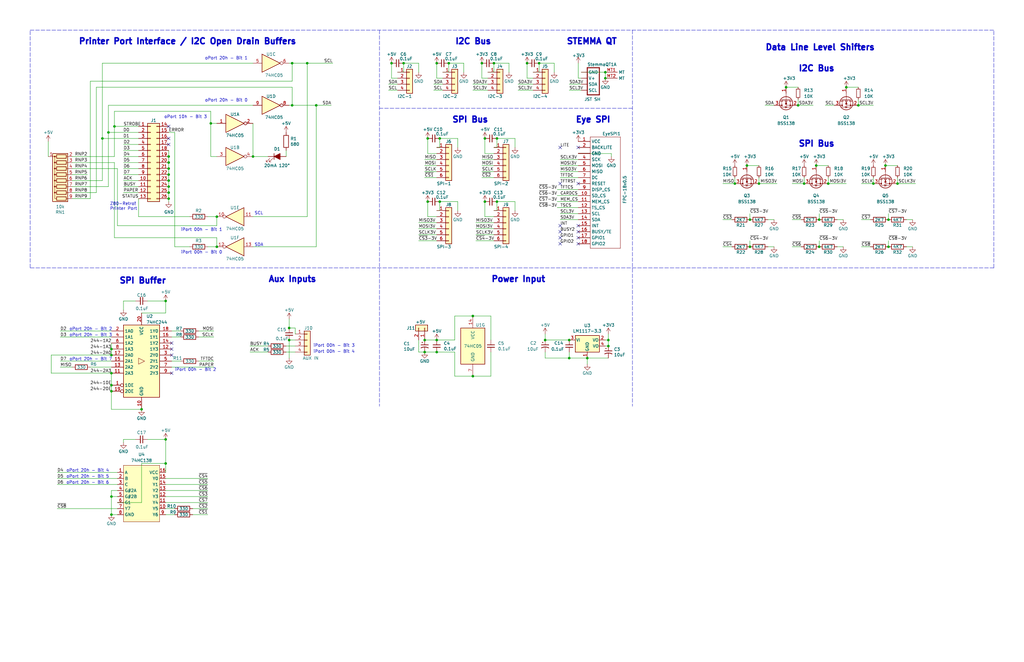
<source format=kicad_sch>
(kicad_sch (version 20211123) (generator eeschema)
  (paper "B")
  (title_block (title "I2C/SPI-Adapter") (date "2023-03-17") (rev "2.1") (company "KRSynthWorx") (comment 1 "Z80-Retro! Parallel Port to I2C/SPI Master Interface"))
  (junction (at 71.12 83.82))
  (junction (at 184.15 148.59))
  (junction (at 129.54 26.67))
  (junction (at 345.44 104.14))
  (junction (at 316.23 92.71))
  (junction (at 180.34 85.09))
  (junction (at 255.27 33.02))
  (junction (at 361.95 44.45))
  (junction (at 165.1 26.67))
  (junction (at 46.99 147.32))
  (junction (at 71.12 66.04))
  (junction (at 45.72 55.88))
  (junction (at 256.54 146.05))
  (junction (at 227.33 26.67))
  (junction (at 46.99 209.55))
  (junction (at 170.18 26.67))
  (junction (at 349.25 77.47))
  (junction (at 344.17 69.85))
  (junction (at 314.96 69.85))
  (junction (at 121.92 143.51))
  (junction (at 185.42 85.09))
  (junction (at 91.44 91.44))
  (junction (at 46.99 162.56))
  (junction (at 316.23 104.14))
  (junction (at 222.25 26.67))
  (junction (at 59.69 172.72))
  (junction (at 309.88 77.47))
  (junction (at 336.55 44.45))
  (junction (at 373.38 69.85))
  (junction (at 247.65 151.13))
  (junction (at 71.12 81.28))
  (junction (at 46.99 165.1))
  (junction (at 374.65 104.14))
  (junction (at 123.19 26.67))
  (junction (at 106.68 66.04))
  (junction (at 71.12 76.2))
  (junction (at 46.99 149.86))
  (junction (at 121.92 138.43))
  (junction (at 204.47 85.09))
  (junction (at 88.9 52.07))
  (junction (at 240.03 151.13))
  (junction (at 69.85 127))
  (junction (at 374.65 92.71))
  (junction (at 255.27 30.48))
  (junction (at 209.55 58.42))
  (junction (at 46.99 217.17))
  (junction (at 184.15 143.51))
  (junction (at 91.44 104.14))
  (junction (at 208.28 26.67))
  (junction (at 339.09 77.47))
  (junction (at 185.42 58.42))
  (junction (at 69.85 185.42))
  (junction (at 133.35 44.45))
  (junction (at 71.12 73.66))
  (junction (at 184.15 26.67))
  (junction (at 209.55 85.09))
  (junction (at 189.23 26.67))
  (junction (at 368.3 77.47))
  (junction (at 378.46 77.47))
  (junction (at 179.07 148.59))
  (junction (at 71.12 78.74))
  (junction (at 48.26 53.34))
  (junction (at 199.39 158.75))
  (junction (at 43.18 58.42))
  (junction (at 199.39 133.35))
  (junction (at 204.47 58.42))
  (junction (at 71.12 68.58))
  (junction (at 69.85 195.58))
  (junction (at 256.54 143.51))
  (junction (at 46.99 157.48))
  (junction (at 345.44 92.71))
  (junction (at 71.12 71.12))
  (junction (at 320.04 77.47))
  (junction (at 180.34 58.42))
  (junction (at 331.47 36.83))
  (junction (at 356.87 36.83))
  (junction (at 240.03 143.51))
  (junction (at 123.19 44.45))
  (junction (at 203.2 26.67))
  (junction (at 229.87 143.51))
  (junction (at 179.07 143.51))
  (no_connect (at 71.12 58.42))
  (no_connect (at 236.22 62.23))
  (no_connect (at 243.84 100.33))
  (no_connect (at 236.22 77.47))
  (no_connect (at 243.84 102.87))
  (no_connect (at 236.22 102.87))
  (no_connect (at 243.84 77.47))
  (no_connect (at 72.39 149.86))
  (no_connect (at 72.39 144.78))
  (no_connect (at 72.39 147.32))
  (no_connect (at 236.22 95.25))
  (no_connect (at 243.84 97.79))
  (no_connect (at 71.12 60.96))
  (no_connect (at 71.12 53.34))
  (no_connect (at 243.84 62.23))
  (no_connect (at 72.39 157.48))
  (no_connect (at 243.84 95.25))
  (no_connect (at 236.22 97.79))
  (no_connect (at 236.22 100.33))
  (polyline (pts (xy 12.7 113.03) (xy 12.7 12.7)))
  (wire (pts (xy 40.64 36.83) (xy 123.19 36.83)))
  (wire (pts (xy 236.22 69.85) (xy 243.84 69.85)))
  (wire (pts (xy 163.83 38.1) (xy 167.64 38.1)))
  (wire (pts (xy 71.12 68.58) (xy 71.12 71.12)))
  (wire (pts (xy 52.07 81.28) (xy 58.42 81.28)))
  (wire (pts (xy 256.54 140.97) (xy 256.54 143.51)))
  (wire (pts (xy 121.92 26.67) (xy 123.19 26.67)))
  (wire (pts (xy 208.28 64.77) (xy 204.47 64.77)))
  (wire (pts (xy 49.53 95.25) (xy 91.44 95.25)))
  (wire (pts (xy 182.88 38.1) (xy 186.69 38.1)))
  (wire (pts (xy 205.74 30.48) (xy 208.28 30.48)))
  (wire (pts (xy 240.03 38.1) (xy 245.11 38.1)))
  (wire (pts (xy 46.99 207.01) (xy 46.99 209.55)))
  (wire (pts (xy 304.8 104.14) (xy 308.61 104.14)))
  (wire (pts (xy 204.47 64.77) (xy 204.47 58.42)))
  (wire (pts (xy 185.42 62.23) (xy 185.42 58.42)))
  (wire (pts (xy 45.72 44.45) (xy 45.72 55.88)))
  (wire (pts (xy 30.48 71.12) (xy 49.53 71.12)))
  (wire (pts (xy 87.63 104.14) (xy 91.44 104.14)))
  (wire (pts (xy 71.12 66.04) (xy 71.12 68.58)))
  (polyline (pts (xy 266.7 12.7) (xy 266.7 171.45)))
  (wire (pts (xy 203.2 74.93) (xy 208.28 74.93)))
  (wire (pts (xy 256.54 143.51) (xy 256.54 146.05)))
  (wire (pts (xy 217.17 58.42) (xy 209.55 58.42)))
  (wire (pts (xy 81.28 214.63) (xy 87.63 214.63)))
  (wire (pts (xy 71.12 63.5) (xy 71.12 66.04)))
  (wire (pts (xy 106.68 66.04) (xy 113.03 66.04)))
  (wire (pts (xy 121.92 143.51) (xy 124.46 143.51)))
  (wire (pts (xy 25.4 139.7) (xy 46.99 139.7)))
  (wire (pts (xy 227.33 30.48) (xy 227.33 26.67)))
  (wire (pts (xy 124.46 138.43) (xy 124.46 140.97)))
  (wire (pts (xy 40.64 36.83) (xy 40.64 81.28)))
  (wire (pts (xy 176.53 101.6) (xy 184.15 101.6)))
  (wire (pts (xy 24.13 201.93) (xy 49.53 201.93)))
  (wire (pts (xy 57.15 127) (xy 52.07 127)))
  (wire (pts (xy 45.72 44.45) (xy 106.68 44.45)))
  (wire (pts (xy 342.9 44.45) (xy 336.55 44.45)))
  (wire (pts (xy 207.01 148.59) (xy 207.01 158.75)))
  (wire (pts (xy 25.4 152.4) (xy 46.99 152.4)))
  (wire (pts (xy 43.18 58.42) (xy 43.18 76.2)))
  (wire (pts (xy 121.92 138.43) (xy 124.46 138.43)))
  (wire (pts (xy 69.85 195.58) (xy 69.85 185.42)))
  (wire (pts (xy 59.69 172.72) (xy 46.99 172.72)))
  (wire (pts (xy 58.42 83.82) (xy 58.42 91.44)))
  (wire (pts (xy 180.34 85.09) (xy 180.34 91.44)))
  (wire (pts (xy 52.07 78.74) (xy 58.42 78.74)))
  (wire (pts (xy 179.07 74.93) (xy 184.15 74.93)))
  (wire (pts (xy 45.72 55.88) (xy 58.42 55.88)))
  (wire (pts (xy 176.53 93.98) (xy 184.15 93.98)))
  (wire (pts (xy 184.15 88.9) (xy 185.42 88.9)))
  (wire (pts (xy 240.03 35.56) (xy 245.11 35.56)))
  (wire (pts (xy 229.87 151.13) (xy 240.03 151.13)))
  (wire (pts (xy 123.19 36.83) (xy 123.19 44.45)))
  (wire (pts (xy 224.79 30.48) (xy 227.33 30.48)))
  (wire (pts (xy 106.68 104.14) (xy 133.35 104.14)))
  (wire (pts (xy 243.84 33.02) (xy 245.11 33.02)))
  (wire (pts (xy 106.68 52.07) (xy 106.68 66.04)))
  (wire (pts (xy 121.92 134.62) (xy 121.92 138.43)))
  (wire (pts (xy 233.68 30.48) (xy 233.68 26.67)))
  (wire (pts (xy 91.44 100.33) (xy 91.44 104.14)))
  (wire (pts (xy 334.01 92.71) (xy 337.82 92.71)))
  (wire (pts (xy 24.13 199.39) (xy 49.53 199.39)))
  (wire (pts (xy 356.87 77.47) (xy 349.25 77.47)))
  (wire (pts (xy 316.23 90.17) (xy 316.23 92.71)))
  (wire (pts (xy 57.15 185.42) (xy 52.07 185.42)))
  (wire (pts (xy 203.2 33.02) (xy 203.2 26.67)))
  (wire (pts (xy 176.53 96.52) (xy 184.15 96.52)))
  (wire (pts (xy 69.85 199.39) (xy 69.85 195.58)))
  (wire (pts (xy 69.85 204.47) (xy 87.63 204.47)))
  (wire (pts (xy 200.66 96.52) (xy 208.28 96.52)))
  (wire (pts (xy 69.85 209.55) (xy 87.63 209.55)))
  (wire (pts (xy 21.59 149.86) (xy 46.99 149.86)))
  (wire (pts (xy 191.77 148.59) (xy 184.15 148.59)))
  (wire (pts (xy 214.63 30.48) (xy 214.63 26.67)))
  (wire (pts (xy 236.22 90.17) (xy 243.84 90.17)))
  (wire (pts (xy 236.22 67.31) (xy 243.84 67.31)))
  (wire (pts (xy 349.25 69.85) (xy 344.17 69.85)))
  (wire (pts (xy 382.27 92.71) (xy 384.81 92.71)))
  (wire (pts (xy 52.07 71.12) (xy 58.42 71.12)))
  (wire (pts (xy 38.1 34.29) (xy 38.1 83.82)))
  (wire (pts (xy 347.98 44.45) (xy 351.79 44.45)))
  (wire (pts (xy 207.01 158.75) (xy 199.39 158.75)))
  (wire (pts (xy 46.99 209.55) (xy 46.99 217.17)))
  (wire (pts (xy 20.32 59.69) (xy 20.32 66.04)))
  (wire (pts (xy 185.42 88.9) (xy 185.42 85.09)))
  (wire (pts (xy 207.01 143.51) (xy 207.01 133.35)))
  (wire (pts (xy 62.23 185.42) (xy 69.85 185.42)))
  (wire (pts (xy 133.35 44.45) (xy 133.35 104.14)))
  (wire (pts (xy 199.39 133.35) (xy 191.77 133.35)))
  (wire (pts (xy 73.66 55.88) (xy 73.66 104.14)))
  (wire (pts (xy 179.07 69.85) (xy 184.15 69.85)))
  (wire (pts (xy 199.39 158.75) (xy 191.77 158.75)))
  (wire (pts (xy 199.39 35.56) (xy 205.74 35.56)))
  (wire (pts (xy 316.23 101.6) (xy 316.23 104.14)))
  (polyline (pts (xy 266.7 45.72) (xy 160.02 45.72)))
  (wire (pts (xy 129.54 26.67) (xy 140.335 26.67)))
  (wire (pts (xy 167.64 30.48) (xy 170.18 30.48)))
  (wire (pts (xy 123.19 26.67) (xy 123.19 34.29)))
  (wire (pts (xy 191.77 133.35) (xy 191.77 143.51)))
  (wire (pts (xy 207.01 133.35) (xy 199.39 133.35)))
  (wire (pts (xy 309.88 77.47) (xy 304.8 77.47)))
  (wire (pts (xy 191.77 158.75) (xy 191.77 148.59)))
  (wire (pts (xy 208.28 62.23) (xy 209.55 62.23)))
  (wire (pts (xy 69.85 217.17) (xy 73.66 217.17)))
  (polyline (pts (xy 419.1 113.03) (xy 419.1 12.7)))
  (wire (pts (xy 334.01 104.14) (xy 337.82 104.14)))
  (wire (pts (xy 163.83 35.56) (xy 167.64 35.56)))
  (wire (pts (xy 189.23 30.48) (xy 189.23 26.67)))
  (wire (pts (xy 81.28 217.17) (xy 87.63 217.17)))
  (wire (pts (xy 43.18 26.67) (xy 43.18 58.42)))
  (wire (pts (xy 72.39 142.24) (xy 76.2 142.24)))
  (wire (pts (xy 240.03 148.59) (xy 240.03 151.13)))
  (wire (pts (xy 120.65 148.59) (xy 124.46 148.59)))
  (wire (pts (xy 52.07 76.2) (xy 58.42 76.2)))
  (wire (pts (xy 83.82 139.7) (xy 90.17 139.7)))
  (wire (pts (xy 368.3 77.47) (xy 363.22 77.47)))
  (wire (pts (xy 52.07 66.04) (xy 58.42 66.04)))
  (wire (pts (xy 49.53 207.01) (xy 46.99 207.01)))
  (wire (pts (xy 72.39 152.4) (xy 76.2 152.4)))
  (wire (pts (xy 323.85 104.14) (xy 326.39 104.14)))
  (wire (pts (xy 200.66 101.6) (xy 208.28 101.6)))
  (wire (pts (xy 176.53 99.06) (xy 184.15 99.06)))
  (wire (pts (xy 184.15 62.23) (xy 185.42 62.23)))
  (wire (pts (xy 176.53 30.48) (xy 176.53 26.67)))
  (polyline (pts (xy 419.1 113.03) (xy 12.7 113.03)))
  (wire (pts (xy 25.4 142.24) (xy 46.99 142.24)))
  (wire (pts (xy 88.9 52.07) (xy 91.44 52.07)))
  (polyline (pts (xy 12.7 12.7) (xy 419.1 12.7)))
  (wire (pts (xy 48.26 46.99) (xy 88.9 46.99)))
  (wire (pts (xy 69.85 132.08) (xy 59.69 132.08)))
  (wire (pts (xy 236.22 74.93) (xy 243.84 74.93)))
  (wire (pts (xy 186.69 33.02) (xy 184.15 33.02)))
  (wire (pts (xy 176.53 148.59) (xy 179.07 148.59)))
  (wire (pts (xy 52.07 73.66) (xy 58.42 73.66)))
  (wire (pts (xy 52.07 127) (xy 52.07 130.81)))
  (wire (pts (xy 170.18 30.48) (xy 170.18 26.67)))
  (wire (pts (xy 48.26 46.99) (xy 48.26 53.34)))
  (wire (pts (xy 129.54 26.67) (xy 129.54 91.44)))
  (wire (pts (xy 243.84 64.77) (xy 257.81 64.77)))
  (wire (pts (xy 46.99 144.78) (xy 46.99 147.32)))
  (wire (pts (xy 191.77 143.51) (xy 184.15 143.51)))
  (wire (pts (xy 71.12 83.82) (xy 71.12 85.09)))
  (wire (pts (xy 222.25 33.02) (xy 222.25 26.67)))
  (wire (pts (xy 69.85 212.09) (xy 87.63 212.09)))
  (wire (pts (xy 179.07 67.31) (xy 184.15 67.31)))
  (wire (pts (xy 69.85 207.01) (xy 87.63 207.01)))
  (wire (pts (xy 386.08 77.47) (xy 378.46 77.47)))
  (wire (pts (xy 46.99 157.48) (xy 46.99 162.56)))
  (wire (pts (xy 214.63 26.67) (xy 208.28 26.67)))
  (wire (pts (xy 121.92 143.51) (xy 121.92 151.13)))
  (wire (pts (xy 203.2 67.31) (xy 208.28 67.31)))
  (wire (pts (xy 180.34 91.44) (xy 184.15 91.44)))
  (wire (pts (xy 48.26 100.33) (xy 91.44 100.33)))
  (wire (pts (xy 320.04 69.85) (xy 314.96 69.85)))
  (wire (pts (xy 48.26 53.34) (xy 58.42 53.34)))
  (wire (pts (xy 208.28 88.9) (xy 209.55 88.9)))
  (wire (pts (xy 176.53 143.51) (xy 176.53 148.59)))
  (wire (pts (xy 339.09 77.47) (xy 334.01 77.47)))
  (wire (pts (xy 257.81 64.77) (xy 257.81 66.04)))
  (wire (pts (xy 234.95 85.09) (xy 243.84 85.09)))
  (wire (pts (xy 123.19 44.45) (xy 133.35 44.45)))
  (wire (pts (xy 217.17 88.9) (xy 217.17 85.09)))
  (wire (pts (xy 43.18 58.42) (xy 58.42 58.42)))
  (wire (pts (xy 46.99 217.17) (xy 49.53 217.17)))
  (wire (pts (xy 30.48 83.82) (xy 38.1 83.82)))
  (wire (pts (xy 186.69 30.48) (xy 189.23 30.48)))
  (wire (pts (xy 38.1 154.94) (xy 46.99 154.94)))
  (wire (pts (xy 208.28 91.44) (xy 204.47 91.44)))
  (wire (pts (xy 195.58 26.67) (xy 189.23 26.67)))
  (wire (pts (xy 46.99 165.1) (xy 46.99 172.72)))
  (wire (pts (xy 30.48 66.04) (xy 48.26 66.04)))
  (wire (pts (xy 120.65 63.5) (xy 120.65 66.04)))
  (wire (pts (xy 123.19 34.29) (xy 38.1 34.29)))
  (wire (pts (xy 217.17 58.42) (xy 217.17 62.23)))
  (wire (pts (xy 378.46 69.85) (xy 373.38 69.85)))
  (wire (pts (xy 87.63 91.44) (xy 91.44 91.44)))
  (wire (pts (xy 209.55 62.23) (xy 209.55 58.42)))
  (wire (pts (xy 209.55 88.9) (xy 209.55 85.09)))
  (wire (pts (xy 48.26 100.33) (xy 48.26 68.58)))
  (wire (pts (xy 43.18 76.2) (xy 30.48 76.2)))
  (wire (pts (xy 363.22 104.14) (xy 367.03 104.14)))
  (wire (pts (xy 218.44 35.56) (xy 224.79 35.56)))
  (wire (pts (xy 245.11 30.48) (xy 255.27 30.48)))
  (wire (pts (xy 83.82 142.24) (xy 90.17 142.24)))
  (wire (pts (xy 326.39 44.45) (xy 322.58 44.45)))
  (wire (pts (xy 234.95 82.55) (xy 243.84 82.55)))
  (wire (pts (xy 353.06 104.14) (xy 355.6 104.14)))
  (wire (pts (xy 72.39 139.7) (xy 76.2 139.7)))
  (wire (pts (xy 179.07 72.39) (xy 184.15 72.39)))
  (wire (pts (xy 349.25 74.93) (xy 349.25 77.47)))
  (wire (pts (xy 229.87 143.51) (xy 240.03 143.51)))
  (wire (pts (xy 83.82 152.4) (xy 90.17 152.4)))
  (wire (pts (xy 243.84 26.67) (xy 243.84 33.02)))
  (wire (pts (xy 200.66 93.98) (xy 208.28 93.98)))
  (wire (pts (xy 88.9 46.99) (xy 88.9 52.07)))
  (wire (pts (xy 52.07 60.96) (xy 58.42 60.96)))
  (wire (pts (xy 48.26 53.34) (xy 48.26 66.04)))
  (wire (pts (xy 52.07 63.5) (xy 58.42 63.5)))
  (polyline (pts (xy 160.02 12.7) (xy 160.02 171.45)))
  (wire (pts (xy 193.04 58.42) (xy 185.42 58.42)))
  (wire (pts (xy 361.95 41.91) (xy 361.95 44.45)))
  (wire (pts (xy 323.85 92.71) (xy 326.39 92.71)))
  (wire (pts (xy 21.59 157.48) (xy 46.99 157.48)))
  (wire (pts (xy 45.72 78.74) (xy 30.48 78.74)))
  (wire (pts (xy 120.65 146.05) (xy 124.46 146.05)))
  (wire (pts (xy 336.55 36.83) (xy 331.47 36.83)))
  (wire (pts (xy 247.65 151.13) (xy 256.54 151.13)))
  (wire (pts (xy 176.53 26.67) (xy 170.18 26.67)))
  (wire (pts (xy 71.12 71.12) (xy 71.12 73.66)))
  (wire (pts (xy 368.3 74.93) (xy 368.3 77.47)))
  (wire (pts (xy 45.72 55.88) (xy 45.72 78.74)))
  (wire (pts (xy 304.8 92.71) (xy 308.61 92.71)))
  (wire (pts (xy 229.87 148.59) (xy 229.87 151.13)))
  (wire (pts (xy 167.64 33.02) (xy 165.1 33.02)))
  (wire (pts (xy 234.95 80.01) (xy 243.84 80.01)))
  (wire (pts (xy 361.95 36.83) (xy 356.87 36.83)))
  (wire (pts (xy 43.18 26.67) (xy 106.68 26.67)))
  (wire (pts (xy 234.95 87.63) (xy 243.84 87.63)))
  (wire (pts (xy 46.99 209.55) (xy 49.53 209.55)))
  (wire (pts (xy 320.04 74.93) (xy 320.04 77.47)))
  (wire (pts (xy 382.27 104.14) (xy 384.81 104.14)))
  (wire (pts (xy 345.44 90.17) (xy 345.44 92.71)))
  (wire (pts (xy 73.66 104.14) (xy 80.01 104.14)))
  (wire (pts (xy 71.12 55.88) (xy 73.66 55.88)))
  (wire (pts (xy 204.47 91.44) (xy 204.47 85.09)))
  (wire (pts (xy 229.87 140.97) (xy 229.87 143.51)))
  (wire (pts (xy 88.9 66.04) (xy 91.44 66.04)))
  (wire (pts (xy 363.22 92.71) (xy 367.03 92.71)))
  (wire (pts (xy 25.4 154.94) (xy 30.48 154.94)))
  (wire (pts (xy 59.69 212.09) (xy 59.69 195.58)))
  (wire (pts (xy 182.88 35.56) (xy 186.69 35.56)))
  (wire (pts (xy 24.13 204.47) (xy 49.53 204.47)))
  (wire (pts (xy 339.09 74.93) (xy 339.09 77.47)))
  (wire (pts (xy 179.07 143.51) (xy 184.15 143.51)))
  (wire (pts (xy 46.99 162.56) (xy 46.99 165.1)))
  (wire (pts (xy 59.69 195.58) (xy 69.85 195.58)))
  (wire (pts (xy 217.17 85.09) (xy 209.55 85.09)))
  (wire (pts (xy 58.42 91.44) (xy 80.01 91.44)))
  (wire (pts (xy 193.04 58.42) (xy 193.04 62.23)))
  (wire (pts (xy 69.85 127) (xy 69.85 132.08)))
  (wire (pts (xy 224.79 33.02) (xy 222.25 33.02)))
  (wire (pts (xy 30.48 73.66) (xy 36.83 73.66)))
  (wire (pts (xy 203.2 69.85) (xy 208.28 69.85)))
  (wire (pts (xy 121.92 44.45) (xy 123.19 44.45)))
  (wire (pts (xy 255.27 33.02) (xy 255.27 30.48)))
  (wire (pts (xy 52.07 68.58) (xy 58.42 68.58)))
  (wire (pts (xy 133.35 44.45) (xy 139.7 44.45)))
  (wire (pts (xy 374.65 101.6) (xy 374.65 104.14)))
  (wire (pts (xy 255.27 146.05) (xy 256.54 146.05)))
  (wire (pts (xy 203.2 72.39) (xy 208.28 72.39)))
  (wire (pts (xy 21.59 149.86) (xy 21.59 157.48)))
  (wire (pts (xy 24.13 214.63) (xy 49.53 214.63)))
  (wire (pts (xy 327.66 77.47) (xy 320.04 77.47)))
  (wire (pts (xy 91.44 91.44) (xy 91.44 95.25)))
  (wire (pts (xy 49.53 95.25) (xy 49.53 71.12)))
  (wire (pts (xy 345.44 101.6) (xy 345.44 104.14)))
  (wire (pts (xy 374.65 90.17) (xy 374.65 92.71)))
  (wire (pts (xy 88.9 52.07) (xy 88.9 66.04)))
  (wire (pts (xy 123.19 26.67) (xy 129.54 26.67)))
  (wire (pts (xy 255.27 143.51) (xy 256.54 143.51)))
  (wire (pts (xy 106.68 91.44) (xy 129.54 91.44)))
  (wire (pts (xy 184.15 64.77) (xy 180.34 64.77)))
  (wire (pts (xy 336.55 41.91) (xy 336.55 44.45)))
  (wire (pts (xy 368.3 44.45) (xy 361.95 44.45)))
  (wire (pts (xy 185.42 85.09) (xy 193.04 85.09)))
  (wire (pts (xy 205.74 33.02) (xy 203.2 33.02)))
  (wire (pts (xy 378.46 74.93) (xy 378.46 77.47)))
  (wire (pts (xy 240.03 151.13) (xy 247.65 151.13)))
  (wire (pts (xy 353.06 92.71) (xy 355.6 92.71)))
  (wire (pts (xy 71.12 76.2) (xy 71.12 78.74)))
  (wire (pts (xy 46.99 147.32) (xy 46.99 149.86)))
  (wire (pts (xy 193.04 85.09) (xy 193.04 88.9)))
  (wire (pts (xy 69.85 214.63) (xy 73.66 214.63)))
  (wire (pts (xy 208.28 30.48) (xy 208.28 26.67)))
  (wire (pts (xy 180.34 64.77) (xy 180.34 58.42)))
  (wire (pts (xy 184.15 33.02) (xy 184.15 26.67)))
  (wire (pts (xy 247.65 151.13) (xy 247.65 153.67)))
  (wire (pts (xy 49.53 212.09) (xy 59.69 212.09)))
  (wire (pts (xy 52.07 185.42) (xy 52.07 186.69)))
  (wire (pts (xy 105.41 148.59) (xy 113.03 148.59)))
  (wire (pts (xy 200.66 99.06) (xy 208.28 99.06)))
  (wire (pts (xy 62.23 127) (xy 69.85 127)))
  (wire (pts (xy 195.58 30.48) (xy 195.58 26.67)))
  (wire (pts (xy 236.22 92.71) (xy 243.84 92.71)))
  (wire (pts (xy 71.12 81.28) (xy 71.12 83.82)))
  (wire (pts (xy 105.41 146.05) (xy 113.03 146.05)))
  (wire (pts (xy 233.68 26.67) (xy 227.33 26.67)))
  (wire (pts (xy 72.39 154.94) (xy 90.17 154.94)))
  (wire (pts (xy 179.07 148.59) (xy 184.15 148.59)))
  (wire (pts (xy 30.48 68.58) (xy 48.26 68.58)))
  (wire (pts (xy 69.85 201.93) (xy 87.63 201.93)))
  (wire (pts (xy 71.12 73.66) (xy 71.12 76.2)))
  (wire (pts (xy 199.39 38.1) (xy 205.74 38.1)))
  (wire (pts (xy 30.48 81.28) (xy 40.64 81.28)))
  (wire (pts (xy 309.88 74.93) (xy 309.88 77.47)))
  (wire (pts (xy 71.12 78.74) (xy 71.12 81.28)))
  (wire (pts (xy 236.22 72.39) (xy 243.84 72.39)))
  (wire (pts (xy 218.44 38.1) (xy 224.79 38.1)))
  (wire (pts (xy 165.1 33.02) (xy 165.1 26.67)))
  (text "iPort 00h - Bit 0" (at 76.2 107.315 0) (effects (font (size 1.27 1.27)) (justify left bottom)))
  (text "oPort 20h - Bit 3" (at 29.21 142.24 0) (effects (font (size 1.27 1.27)) (justify left bottom)))
  (text "oPort 20h - Bit 5" (at 27.94 201.93 0) (effects (font (size 1.27 1.27)) (justify left bottom)))
  (text "oPort 20h - Bit 1" (at 86.36 25.4 0) (effects (font (size 1.27 1.27)) (justify left bottom)))
  (text "Data Line Level Shifters" (at 322.58 21.59 0) (effects (font (size 2.5 2.5) (thickness 0.6) bold) (justify left bottom)))
  (text "oPort 20h - Bit 0" (at 86.36 43.18 0) (effects (font (size 1.27 1.27)) (justify left bottom)))
  (text "oPort 10h - Bit 3" (at 69.215 50.165 0) (effects (font (size 1.27 1.27)) (justify left bottom)))
  (text "Printer Port Interface / I2C Open Drain Buffers" (at 33.02 19.05 0) (effects (font (size 2.5 2.5) (thickness 0.6) bold) (justify left bottom)))
  (text "Z80-Retro!\nPrinter Port" (at 46.355 88.9 0) (effects (font (size 1.27 1.27)) (justify left bottom)))
  (text "oPort 20h - Bit 2" (at 29.21 139.7 0) (effects (font (size 1.27 1.27)) (justify left bottom)))
  (text "oPort 20h - Bit 7" (at 29.21 152.4 0) (effects (font (size 1.27 1.27)) (justify left bottom)))
  (text "SPI Bus" (at 336.55 62.23 0) (effects (font (size 2.5 2.5) (thickness 0.6) bold) (justify left bottom)))
  (text "oPort 20h - Bit 6" (at 27.94 204.47 0) (effects (font (size 1.27 1.27)) (justify left bottom)))
  (text "I2C Bus" (at 191.77 19.05 0) (effects (font (size 2.5 2.5) (thickness 0.6) bold) (justify left bottom)))
  (text "oPort 20h - Bit 4" (at 27.94 199.39 0) (effects (font (size 1.27 1.27)) (justify left bottom)))
  (text "SCL" (at 107.315 90.805 0) (effects (font (size 1.27 1.27)) (justify left bottom)))
  (text "STEMMA QT" (at 238.76 19.05 0) (effects (font (size 2.5 2.5) (thickness 0.6) bold) (justify left bottom)))
  (text "Power Input" (at 207.01 119.38 0) (effects (font (size 2.5 2.5) (thickness 0.6) bold) (justify left bottom)))
  (text "Aux Inputs" (at 113.03 119.38 0) (effects (font (size 2.5 2.5) (thickness 0.6) bold) (justify left bottom)))
  (text "iPort 00h - Bit 4" (at 132.08 149.225 0) (effects (font (size 1.27 1.27)) (justify left bottom)))
  (text "Eye SPI" (at 242.57 52.07 0) (effects (font (size 2.5 2.5) (thickness 0.6) bold) (justify left bottom)))
  (text "iPort 00h - Bit 3" (at 132.08 146.685 0) (effects (font (size 1.27 1.27)) (justify left bottom)))
  (text "iPort 00h - Bit 2" (at 73.66 156.845 0) (effects (font (size 1.27 1.27)) (justify left bottom)))
  (text "SDA" (at 107.315 104.14 0) (effects (font (size 1.27 1.27)) (justify left bottom)))
  (text "SPI Bus" (at 190.5 52.07 0) (effects (font (size 2.5 2.5) (thickness 0.6) bold) (justify left bottom)))
  (text "I2C Bus" (at 336.55 30.48 0) (effects (font (size 2.5 2.5) (thickness 0.6) bold) (justify left bottom)))
  (text "SPI Buffer" (at 50.165 120.015 0) (effects (font (size 2.5 2.5) (thickness 0.6) bold) (justify left bottom)))
  (text "iPort 00h - Bit 1" (at 76.2 97.79 0) (effects (font (size 1.27 1.27)) (justify left bottom)))
  (label "MOSI3V" (at 236.22 69.85 0) (effects (font (size 1.2446 1.2446))))
  (label "RNP3" (at 36.83 68.58 180))
  (label "MOSI3V" (at 176.53 96.52 0))
  (label "MOSI" (at 203.2 69.85 0))
  (label "~{CS4}" (at 304.8 104.14 0))
  (label "SCLK3V" (at 176.53 99.06 0))
  (label "~{CS4}" (at 87.63 201.93 180))
  (label "~{CS5}-3V" (at 234.95 80.01 180))
  (label "MISO" (at 179.07 67.31 0))
  (label "D5" (at 24.13 201.93 0))
  (label "SCL" (at 182.88 38.1 0))
  (label "BUSY" (at 52.07 78.74 0))
  (label "MISO" (at 25.4 154.94 0))
  (label "~{CS8}" (at 24.13 214.63 0))
  (label "~{CS4}-3V" (at 316.23 101.6 0))
  (label "LITE" (at 236.22 62.23 0) (effects (font (size 1.2446 1.2446))))
  (label "RNP8" (at 36.83 81.28 180))
  (label "SCL" (at 163.83 38.1 0))
  (label "RNP4" (at 36.83 71.12 180))
  (label "SDA3V" (at 240.03 35.56 0) (effects (font (size 1.2446 1.2446))))
  (label "SDA" (at 322.58 44.45 0))
  (label "D6" (at 24.13 204.47 0))
  (label "~{CS3}" (at 87.63 209.55 180))
  (label "SDA3V" (at 199.39 35.56 0))
  (label "ERROR" (at 71.12 55.88 0))
  (label "D4" (at 52.07 66.04 0))
  (label "MISO3V" (at 327.66 77.47 180))
  (label "MOSI3V" (at 356.87 77.47 180))
  (label "D6" (at 52.07 71.12 0))
  (label "PAPER" (at 90.17 154.94 180))
  (label "SCL3V" (at 368.3 44.45 180))
  (label "TFTDC" (at 90.17 152.4 180) (effects (font (size 1.2446 1.2446))))
  (label "D3" (at 52.07 63.5 0))
  (label "~{CS3}-3V" (at 176.53 101.6 0))
  (label "SCL" (at 347.98 44.45 0))
  (label "SCLK" (at 203.2 72.39 0))
  (label "TSCS" (at 236.22 87.63 0) (effects (font (size 1.2446 1.2446))))
  (label "ACK" (at 105.41 148.59 0))
  (label "~{CS7}" (at 87.63 212.09 180))
  (label "~{CS8}" (at 363.22 104.14 0))
  (label "244-2A0" (at 46.99 149.86 180))
  (label "SCL3V" (at 236.22 90.17 0) (effects (font (size 1.2446 1.2446))))
  (label "D2" (at 25.4 139.7 0))
  (label "SCLK3V" (at 386.08 77.47 180))
  (label "MISO3V" (at 176.53 93.98 0))
  (label "SDA3V" (at 236.22 92.71 0) (effects (font (size 1.2446 1.2446))))
  (label "SCLK" (at 179.07 72.39 0))
  (label "D1" (at 54.61 58.42 180))
  (label "D4" (at 24.13 199.39 0))
  (label "SCLK3V" (at 200.66 99.06 0))
  (label "~{CS6}" (at 334.01 104.14 0))
  (label "D2" (at 52.07 60.96 0))
  (label "PAPER" (at 52.07 81.28 0))
  (label "RNP2" (at 36.83 66.04 180))
  (label "SDA3V" (at 342.9 44.45 180))
  (label "~{CS3}-3V" (at 316.23 90.17 0))
  (label "CARDCS" (at 236.22 82.55 0) (effects (font (size 1.2446 1.2446))))
  (label "~{CS2}" (at 203.2 74.93 0))
  (label "GPIO1" (at 236.22 100.33 0) (effects (font (size 1.2446 1.2446))))
  (label "RNP6" (at 36.83 76.2 180))
  (label "~{CS3}" (at 304.8 92.71 0))
  (label "D3" (at 25.4 142.24 0))
  (label "STROBE" (at 52.07 53.34 0))
  (label "MISO3V" (at 200.66 93.98 0))
  (label "MISO3V" (at 236.22 72.39 0) (effects (font (size 1.2446 1.2446))))
  (label "~{CS6}-3V" (at 234.95 82.55 180))
  (label "SCL3V" (at 218.44 38.1 0))
  (label "MOSI" (at 179.07 69.85 0))
  (label "244-20E" (at 46.99 165.1 180))
  (label "~{CS1}" (at 87.63 217.17 180))
  (label "~{CS8}-3V" (at 234.95 87.63 180))
  (label "SCLK" (at 363.22 77.47 0))
  (label "~{CS8}-3V" (at 374.65 101.6 0))
  (label "D5" (at 52.07 68.58 0))
  (label "SCLK3V" (at 236.22 67.31 0) (effects (font (size 1.2446 1.2446))))
  (label "SDA" (at 182.88 35.56 0))
  (label "TFTRST" (at 236.22 77.47 0) (effects (font (size 1.2446 1.2446))))
  (label "~{CS6}" (at 87.63 207.01 180))
  (label "SDA" (at 139.7 44.45 180))
  (label "~{CS2}" (at 87.63 214.63 180))
  (label "D0" (at 54.61 55.88 180))
  (label "SCL" (at 140.335 26.67 180))
  (label "TFTDC" (at 236.22 74.93 0) (effects (font (size 1.2446 1.2446))))
  (label "244-1A2" (at 46.99 144.78 180))
  (label "STATUS" (at 58.42 83.82 180))
  (label "GPIO2" (at 236.22 102.87 0) (effects (font (size 1.2446 1.2446))))
  (label "SDA" (at 163.83 35.56 0))
  (label "MOSI3V" (at 200.66 96.52 0))
  (label "~{CS4}-3V" (at 200.66 101.6 0))
  (label "MISO" (at 203.2 67.31 0))
  (label "SCLK" (at 90.17 142.24 180))
  (label "BUSY" (at 105.41 146.05 0))
  (label "SCL3V" (at 240.03 38.1 0) (effects (font (size 1.2446 1.2446))))
  (label "INT" (at 236.22 95.25 0) (effects (font (size 1.2446 1.2446))))
  (label "~{CS5}-3V" (at 345.44 90.17 0))
  (label "SDA3V" (at 218.44 35.56 0))
  (label "RNP7" (at 36.83 78.74 180))
  (label "~{CS5}" (at 334.01 92.71 0))
  (label "D7" (at 52.07 73.66 0))
  (label "244-1A3" (at 46.99 147.32 180))
  (label "BUSY2" (at 236.22 97.79 0) (effects (font (size 1.2446 1.2446))))
  (label "~{CS7}" (at 363.22 92.71 0))
  (label "MOSI" (at 334.01 77.47 0))
  (label "~{CS7}-3V" (at 234.95 85.09 180))
  (label "D7" (at 25.4 152.4 0))
  (label "TFTCS" (at 236.22 80.01 0) (effects (font (size 1.2446 1.2446))))
  (label "~{CS1}" (at 179.07 74.93 0))
  (label "~{CS5}" (at 87.63 204.47 180))
  (label "SCL3V" (at 199.39 38.1 0))
  (label "RNP5" (at 36.83 73.66 180))
  (label "~{CS6}-3V" (at 345.44 101.6 0))
  (label "ACK" (at 52.07 76.2 0))
  (label "MEM_CS" (at 236.22 85.09 0) (effects (font (size 1.2446 1.2446))))
  (label "MISO" (at 304.8 77.47 0))
  (label "244-10E" (at 46.99 162.56 180))
  (label "MOSI" (at 90.17 139.7 180))
  (label "244-2A3" (at 46.99 157.48 180))
  (label "~{CS7}-3V" (at 374.65 90.17 0))
  (label "RNP9" (at 36.83 83.82 180))
  (symbol (lib_id "74xx:74LS05") (at 99.06 66.04 0) (unit 2)
    (property "Reference" "U1" (at 99.06 62.23 0))
    (property "Value" "74HC05" (at 99.06 71.12 0))
    (property "Footprint" "Package_DIP:DIP-14_W7.62mm_Socket" (effects hide))
    (property "Datasheet" "https://www.ti.com/lit/ds/symlink/sn74hc05.pdf" (effects hide))
    (property "Socket_Datasheet" "http://www.on-shore.com/wp-content/uploads/2015/09/SAXXX0X0.pdf" (effects hide))
    (property "Socket_PN" "SA143000" (effects hide))
    (property "Description" "IC INVERTER OD 6CH 1-INP 14DIP" (effects hide))
    (property "Digi-Key_PN" "296-1568-5-ND" (effects hide))
    (property "MPN" "SN74HC05N" (effects hide))
    (property "Manufacturer" "Texas Instruments" (effects hide))
  )
  (symbol (lib_id "74xx:74LS05") (at 114.3 26.67 0) (unit 3)
    (property "Reference" "U1" (at 114.3 22.86 0))
    (property "Value" "74HC05" (at 115.57 31.75 0))
    (property "Footprint" "Package_DIP:DIP-14_W7.62mm_Socket" (effects hide))
    (property "Datasheet" "https://www.ti.com/lit/ds/symlink/sn74hc05.pdf" (effects hide))
    (property "Socket_Datasheet" "http://www.on-shore.com/wp-content/uploads/2015/09/SAXXX0X0.pdf" (effects hide))
    (property "Socket_PN" "SA143000" (effects hide))
    (property "Description" "IC INVERTER OD 6CH 1-INP 14DIP" (effects hide))
    (property "Digi-Key_PN" "296-1568-5-ND" (effects hide))
    (property "MPN" "SN74HC05N" (effects hide))
    (property "Manufacturer" "Texas Instruments" (effects hide))
  )
  (symbol (lib_id "74xx:74LS05") (at 114.3 44.45 0) (unit 4)
    (property "Reference" "U1" (at 114.3 40.64 0))
    (property "Value" "74HC05" (at 115.57 49.53 0))
    (property "Footprint" "Package_DIP:DIP-14_W7.62mm_Socket" (effects hide))
    (property "Datasheet" "https://www.ti.com/lit/ds/symlink/sn74hc05.pdf" (effects hide))
    (property "Socket_Datasheet" "http://www.on-shore.com/wp-content/uploads/2015/09/SAXXX0X0.pdf" (effects hide))
    (property "Socket_PN" "SA143000" (effects hide))
    (property "Description" "IC INVERTER OD 6CH 1-INP 14DIP" (effects hide))
    (property "Digi-Key_PN" "296-1568-5-ND" (effects hide))
    (property "MPN" "SN74HC05N" (effects hide))
    (property "Manufacturer" "Texas Instruments" (effects hide))
  )
  (symbol (lib_id "Device:C_Small") (at 207.01 146.05 0) (unit 1)
    (property "Reference" "C5" (at 209.931 144.8816 0) (effects (justify left)))
    (property "Value" "0.1uF" (at 209.931 147.193 0) (effects (justify left)))
    (property "Footprint" "Capacitor_SMD:C_0805_2012Metric_Pad1.18x1.45mm_HandSolder" (effects hide))
    (property "Datasheet" "https://source.z2data.com/2016/11/14/6/0/41/869/2403135/s_cl21b104kbfnnne.pdf" (effects hide))
    (property "LCSC" "C136621" (effects hide))
    (property "Description" "CAP CER 0.1UF 50V X7R 0805" (effects hide))
    (property "Digi-Key_PN" "1276-1180-1-ND" (effects hide))
    (property "MPN" "CL21B104KBFNNNE" (effects hide))
    (property "Manufacturer" "Samsung Electro-Mechanics" (effects hide))
  )
  (symbol (lib_id "74xx:74LS05") (at 99.06 52.07 0) (unit 1)
    (property "Reference" "U1" (at 99.06 48.26 0))
    (property "Value" "74HC05" (at 99.06 57.15 0))
    (property "Footprint" "Package_DIP:DIP-14_W7.62mm_Socket" (effects hide))
    (property "Datasheet" "https://www.ti.com/lit/ds/symlink/sn74hc05.pdf" (effects hide))
    (property "Socket_Datasheet" "http://www.on-shore.com/wp-content/uploads/2015/09/SAXXX0X0.pdf" (effects hide))
    (property "Socket_PN" "SA143000" (effects hide))
    (property "Description" "IC INVERTER OD 6CH 1-INP 14DIP" (effects hide))
    (property "Digi-Key_PN" "296-1568-5-ND" (effects hide))
    (property "MPN" "SN74HC05N" (effects hide))
    (property "Manufacturer" "Texas Instruments" (effects hide))
  )
  (symbol (lib_id "Connector_Generic:Conn_02x13_Top_Bottom") (at 63.5 68.58 0) (unit 1)
    (property "Reference" "J1" (at 64.77 50.8 0))
    (property "Value" "Conn_02x13_Top_Bottom" (effects hide))
    (property "Footprint" "i2c-adapter:PinSocket_2x13_P2.54mm_Vertical" (effects hide))
    (property "Datasheet" "http://suddendocs.samtec.com/catalog_english/ces.pdf" (effects hide))
    (property "Description" "CONN RCPT 16POS 0.1 TIN PCB" (effects hide))
    (property "Digi-Key_PN" "SAM15543-ND" (effects hide))
    (property "MPN" "CES-113-02-T-D" (effects hide))
    (property "Manufacturer" "Samtec Inc." (effects hide))
  )
  (symbol (lib_id "Connector_Generic:Conn_01x04") (at 191.77 33.02 0) (unit 1)
    (property "Reference" "J3" (at 190.5 27.94 0) (effects (justify left)))
    (property "Value" "I2C-2" (at 186.69 40.64 0) (effects (justify left)))
    (property "Footprint" "Connector_PinSocket_2.54mm:PinSocket_1x04_P2.54mm_Vertical" (effects hide))
    (property "Datasheet" "https://suddendocs.samtec.com/catalog_english/sl.pdf" (effects hide))
    (property "Description" "CONN RCPT 4POS 0.1 TIN PCB" (effects hide))
    (property "Digi-Key_PN" "SAM15257-ND" (effects hide))
    (property "MPN" "SL-104-TT-19" (effects hide))
    (property "Manufacturer" "Samtec Inc." (effects hide))
  )
  (symbol (lib_id "Connector_Generic:Conn_01x04") (at 210.82 33.02 0) (unit 1)
    (property "Reference" "J4" (at 209.55 27.94 0) (effects (justify left)))
    (property "Value" "I2C-3" (at 205.74 40.64 0) (effects (justify left)))
    (property "Footprint" "Connector_PinSocket_2.54mm:PinSocket_1x04_P2.54mm_Vertical" (effects hide))
    (property "Datasheet" "https://suddendocs.samtec.com/catalog_english/sl.pdf" (effects hide))
    (property "Description" "CONN RCPT 4POS 0.1 TIN PCB" (effects hide))
    (property "Digi-Key_PN" "SAM15257-ND" (effects hide))
    (property "MPN" "SL-104-TT-19" (effects hide))
    (property "Manufacturer" "Samtec Inc." (effects hide))
  )
  (symbol (lib_id "power:GND") (at 71.12 85.09 0) (unit 1)
    (property "Reference" "#PWR0101" (effects hide))
    (property "Value" "GND" (at 71.247 89.4842 0))
  )
  (symbol (lib_id "Device:LED_Filled") (at 116.84 66.04 0) (unit 1)
    (property "Reference" "D1" (at 116.84 62.865 0))
    (property "Value" "20mA 120°" (at 116.84 69.85 0))
    (property "Footprint" "LED_SMD:LED_0805_2012Metric_Pad1.15x1.40mm_HandSolder" (effects hide))
    (property "Datasheet" "https://www.amazon.com/dp/B01CUGA8JO/" (effects hide))
    (property "LCSC" "C375546" (effects hide))
    (property "Description" "LED WHT/GRN CLEAR 0805 SMD" (effects hide))
    (property "Digi-Key_PN" "3372-0805YGBD008S01TR-ND" (effects hide))
    (property "MPN" "0805YGBD008S01" (effects hide))
    (property "Manufacturer" "CHANZON/BNDLIGHT/EKINGLUX" (effects hide))
  )
  (symbol (lib_id "power:+5V") (at 120.65 55.88 0) (unit 1)
    (property "Reference" "#PWR0108" (effects hide))
    (property "Value" "+5V" (at 120.65 52.07 0))
  )
  (symbol (lib_id "power:+5V") (at 165.1 26.67 0) (unit 1)
    (property "Reference" "#PWR0102" (effects hide))
    (property "Value" "+5V" (at 165.1 22.86 0))
  )
  (symbol (lib_id "power:+5V") (at 184.15 26.67 0) (unit 1)
    (property "Reference" "#PWR0103" (effects hide))
    (property "Value" "+5V" (at 184.15 22.86 0))
  )
  (symbol (lib_id "power:GND") (at 176.53 30.48 0) (unit 1)
    (property "Reference" "#PWR0105" (effects hide))
    (property "Value" "GND" (at 176.53 34.29 0))
  )
  (symbol (lib_id "power:GND") (at 195.58 30.48 0) (unit 1)
    (property "Reference" "#PWR0106" (effects hide))
    (property "Value" "GND" (at 195.58 34.29 0))
  )
  (symbol (lib_id "power:GND") (at 214.63 30.48 0) (unit 1)
    (property "Reference" "#PWR0107" (effects hide))
    (property "Value" "GND" (at 214.63 34.29 0))
  )
  (symbol (lib_id "Device:R") (at 120.65 59.69 0) (unit 1)
    (property "Reference" "R1" (at 122.428 58.5216 0) (effects (justify left)))
    (property "Value" "680" (at 122.428 60.833 0) (effects (justify left)))
    (property "Footprint" "Resistor_SMD:R_0805_2012Metric_Pad1.20x1.40mm_HandSolder" (effects hide))
    (property "Datasheet" "https://industrial.panasonic.com/cdbs/www-data/pdf/RDA0000/AOA0000C304.pdf" (effects hide))
    (property "LCSC" "C410034" (effects hide))
    (property "Description" "RES SMD 680 OHM 1% 1/8W 0805" (effects hide))
    (property "Digi-Key_PN" "P680CCT-ND" (effects hide))
    (property "MPN" "ERJ-6ENF6800V" (effects hide))
    (property "Manufacturer" "Panasonic Electronic Components" (effects hide))
  )
  (symbol (lib_id "Connector_Generic:Conn_01x04") (at 172.72 33.02 0) (unit 1)
    (property "Reference" "J2" (at 171.45 27.94 0) (effects (justify left)))
    (property "Value" "I2C-1" (at 167.64 40.64 0) (effects (justify left)))
    (property "Footprint" "Connector_PinSocket_2.54mm:PinSocket_1x04_P2.54mm_Vertical" (effects hide))
    (property "Datasheet" "https://suddendocs.samtec.com/catalog_english/sl.pdf" (effects hide))
    (property "Description" "CONN RCPT 4POS 0.1 TIN PCB" (effects hide))
    (property "Digi-Key_PN" "SAM15257-ND" (effects hide))
    (property "MPN" "SL-104-TT-19" (effects hide))
    (property "Manufacturer" "Samtec Inc." (effects hide))
  )
  (symbol (lib_id "Device:C_Polarized_Small_US") (at 179.07 146.05 0) (unit 1)
    (property "Reference" "C1" (at 170.18 145.0086 0) (effects (justify left)))
    (property "Value" "10uF" (at 170.18 147.32 0) (effects (justify left)))
    (property "Footprint" "Capacitor_SMD:C_0805_2012Metric_Pad1.18x1.45mm_HandSolder" (effects hide))
    (property "Datasheet" "https://media.digikey.com/pdf/Data%20Sheets/Samsung%20PDFs/CL_Series_MLCC_ds.pdf" (effects hide))
    (property "LCSC" "C95841" (effects hide))
    (property "Description" "CAP CER 10UF 16V X7R 0805" (effects hide))
    (property "Digi-Key_PN" "1276-2872-1-ND" (effects hide))
    (property "MPN" "CL21B106KOQNNNE" (effects hide))
    (property "Manufacturer" "Samsung Electro-Mechanics" (effects hide))
  )
  (symbol (lib_id "Device:R") (at 83.82 91.44 270) (unit 1)
    (property "Reference" "R2" (at 85.09 88.9 90) (effects (justify right)))
    (property "Value" "330" (at 81.915 91.44 90) (effects (justify left)))
    (property "Footprint" "Resistor_SMD:R_0805_2012Metric_Pad1.20x1.40mm_HandSolder" (effects hide))
    (property "Datasheet" "https://industrial.panasonic.com/cdbs/www-data/pdf/RDA0000/AOA0000C304.pdf" (effects hide))
    (property "LCSC" "C410007" (effects hide))
    (property "Description" "RES SMD 330 OHM 1% 1/8W 0805" (effects hide))
    (property "Digi-Key_PN" "P330CCT-ND" (effects hide))
    (property "MPN" "ERJ-6ENF3300V" (effects hide))
    (property "Manufacturer" "Panasonic Electronic Components" (effects hide))
  )
  (symbol (lib_id "Device:R") (at 83.82 104.14 90) (unit 1)
    (property "Reference" "R3" (at 85.09 101.6 90) (effects (justify left)))
    (property "Value" "330" (at 85.725 104.14 90) (effects (justify left)))
    (property "Footprint" "Resistor_SMD:R_0805_2012Metric_Pad1.20x1.40mm_HandSolder" (effects hide))
    (property "Datasheet" "https://industrial.panasonic.com/cdbs/www-data/pdf/RDA0000/AOA0000C304.pdf" (effects hide))
    (property "LCSC" "C410007" (effects hide))
    (property "Description" "RES SMD 330 OHM 1% 1/8W 0805" (effects hide))
    (property "Digi-Key_PN" "P330CCT-ND" (effects hide))
    (property "MPN" "ERJ-6ENF3300V" (effects hide))
    (property "Manufacturer" "Panasonic Electronic Components" (effects hide))
  )
  (symbol (lib_id "power:+5V") (at 184.15 143.51 0) (unit 1)
    (property "Reference" "#PWR0116" (effects hide))
    (property "Value" "+5V" (at 184.15 139.7 0))
  )
  (symbol (lib_id "power:GND") (at 179.07 148.59 0) (unit 1)
    (property "Reference" "#PWR0117" (effects hide))
    (property "Value" "GND" (at 179.07 152.4 0))
  )
  (symbol (lib_id "Device:C_Small") (at 184.15 146.05 0) (unit 1)
    (property "Reference" "C4" (at 187.071 144.8816 0) (effects (justify left)))
    (property "Value" "0.1uF" (at 187.071 147.193 0) (effects (justify left)))
    (property "Footprint" "Capacitor_SMD:C_0805_2012Metric_Pad1.18x1.45mm_HandSolder" (effects hide))
    (property "Datasheet" "https://source.z2data.com/2016/11/14/6/0/41/869/2403135/s_cl21b104kbfnnne.pdf" (effects hide))
    (property "LCSC" "C136621" (effects hide))
    (property "Description" "CAP CER 0.1UF 50V X7R 0805" (effects hide))
    (property "Digi-Key_PN" "1276-1180-1-ND" (effects hide))
    (property "MPN" "CL21B104KBFNNNE" (effects hide))
    (property "Manufacturer" "Samsung Electro-Mechanics" (effects hide))
  )
  (symbol (lib_id "power:+5V") (at 20.32 59.69 0) (unit 1)
    (property "Reference" "#PWR0109" (effects hide))
    (property "Value" "+5V" (at 20.32 55.88 0))
  )
  (symbol (lib_id "Device:R_Network08") (at 25.4 76.2 90) (mirror x) (unit 1)
    (property "Reference" "RN1" (at 25.4 89.535 90))
    (property "Value" "10k" (at 25.4 87.2236 90))
    (property "Footprint" "Resistor_THT:R_Array_SIP9" (effects hide))
    (property "Datasheet" "https://www.bourns.com/docs/Product-Datasheets/4300R.pdf" (effects hide))
    (property "Description" "RES ARRAY 8 RES 10 OHM 9SIP" (effects hide))
    (property "Digi-Key_PN" "118-4309R-101-100LF-ND" (effects hide))
    (property "MPN" "4309R-101-100LF" (effects hide))
    (property "Manufacturer" "Bourns Inc." (effects hide))
    (property "LCSC" "C1360965" (effects hide))
    (property "Socket_Datasheet" "https://app.adam-tech.com/products/download/data_sheet/203379/smc-1-xx-1-gt-data-sheet.pdf" (effects hide))
    (property "Socket_PN" "SMC-1-09-1-GT" (effects hide))
  )
  (symbol (lib_id "74xx:74LS05") (at 99.06 91.44 180) (unit 5)
    (property "Reference" "U1" (at 99.06 87.63 0))
    (property "Value" "74HC05" (at 99.06 96.52 0))
    (property "Footprint" "Package_DIP:DIP-14_W7.62mm_Socket" (effects hide))
    (property "Datasheet" "https://www.ti.com/lit/ds/symlink/sn74hc05.pdf" (effects hide))
    (property "Socket_Datasheet" "http://www.on-shore.com/wp-content/uploads/2015/09/SAXXX0X0.pdf" (effects hide))
    (property "Socket_PN" "SA143000" (effects hide))
    (property "Description" "IC INVERTER OD 6CH 1-INP 14DIP" (effects hide))
    (property "Digi-Key_PN" "296-1568-5-ND" (effects hide))
    (property "MPN" "SN74HC05N" (effects hide))
    (property "Manufacturer" "Texas Instruments" (effects hide))
  )
  (symbol (lib_id "74xx:74LS05") (at 99.06 104.14 180) (unit 6)
    (property "Reference" "U1" (at 99.06 100.33 0))
    (property "Value" "74HC05" (at 99.06 109.22 0))
    (property "Footprint" "Package_DIP:DIP-14_W7.62mm_Socket" (effects hide))
    (property "Datasheet" "https://www.ti.com/lit/ds/symlink/sn74hc05.pdf" (effects hide))
    (property "Socket_Datasheet" "http://www.on-shore.com/wp-content/uploads/2015/09/SAXXX0X0.pdf" (effects hide))
    (property "Socket_PN" "SA143000" (effects hide))
    (property "Description" "IC INVERTER OD 6CH 1-INP 14DIP" (effects hide))
    (property "Digi-Key_PN" "296-1568-5-ND" (effects hide))
    (property "MPN" "SN74HC05N" (effects hide))
    (property "Manufacturer" "Texas Instruments" (effects hide))
  )
  (symbol (lib_id "74xx:74LS05") (at 199.39 146.05 0) (unit 7)
    (property "Reference" "U1" (at 202.565 137.16 0))
    (property "Value" "74HC05" (at 199.39 146.05 0))
    (property "Footprint" "Package_DIP:DIP-14_W7.62mm_Socket" (effects hide))
    (property "Datasheet" "https://www.ti.com/lit/ds/symlink/sn74hc05.pdf" (effects hide))
    (property "Socket_Datasheet" "http://www.on-shore.com/wp-content/uploads/2015/09/SAXXX0X0.pdf" (effects hide))
    (property "Socket_PN" "SA143000" (effects hide))
    (property "Description" "IC INVERTER OD 6CH 1-INP 14DIP" (effects hide))
    (property "Digi-Key_PN" "296-1568-5-ND" (effects hide))
    (property "MPN" "SN74HC05N" (effects hide))
    (property "Manufacturer" "Texas Instruments" (effects hide))
  )
  (symbol (lib_id "Connector_Generic:Conn_01x06") (at 189.23 67.31 0) (unit 1)
    (property "Reference" "J6" (at 187.96 59.69 0) (effects (justify left)))
    (property "Value" "SPI-1" (at 184.15 77.47 0) (effects (justify left)))
    (property "Footprint" "Connector_PinSocket_2.54mm:PinSocket_1x06_P2.54mm_Vertical" (effects hide))
    (property "Datasheet" "https://suddendocs.samtec.com/catalog_english/sl.pdf" (effects hide))
    (property "Description" "CONN RCPT 6POS 0.1 TIN PCB" (effects hide))
    (property "Digi-Key_PN" "SL-106-TT-19-ND" (effects hide))
    (property "MPN" "SL-106-TT-19" (effects hide))
    (property "Manufacturer" "Samtec Inc." (effects hide))
  )
  (symbol (lib_id "power:+3V3") (at 256.54 140.97 0) (unit 1)
    (property "Reference" "#PWR018" (effects hide))
    (property "Value" "+3.3V" (at 256.54 137.16 0))
  )
  (symbol (lib_id "power:GND") (at 326.39 92.71 0) (unit 1)
    (property "Reference" "#PWR0114" (effects hide))
    (property "Value" "GND" (at 326.39 96.52 0))
  )
  (symbol (lib_id "power:GND") (at 52.07 186.69 0) (unit 1)
    (property "Reference" "#PWR026" (effects hide))
    (property "Value" "GND" (at 52.07 190.5 0))
  )
  (symbol (lib_id "74xx:74HC244") (at 59.69 152.4 0) (unit 1)
    (property "Reference" "U2" (at 61.7094 133.4602 0) (effects (justify left)))
    (property "Value" "74HC244" (at 61.7094 135.9971 0) (effects (justify left)))
    (property "Footprint" "Package_DIP:DIP-20_W7.62mm_Socket" (effects hide))
    (property "Datasheet" "https://www.ti.com/lit/ds/scls130f/scls130f.pdf" (effects hide))
    (property "Socket_PN" "SA203000" (effects hide))
    (property "Socket_Datasheet" "http://www.on-shore.com/wp-content/uploads/2015/09/SAXXX0X0.pdf" (effects hide))
    (property "Description" "IC BUFFER NON-INVERT 6V 20DIP" (effects hide))
    (property "Digi-Key_PN" "296-1582-5-ND" (effects hide))
    (property "MPN" "SN74HC244N" (effects hide))
    (property "Manufacturer" "Texas Instruments" (effects hide))
  )
  (symbol (lib_id "power:GND") (at 121.92 151.13 0) (unit 1)
    (property "Reference" "#PWR015" (effects hide))
    (property "Value" "GND" (at 121.92 154.94 0))
  )
  (symbol (lib_id "Device:R_Small") (at 320.04 72.39 0) (unit 1)
    (property "Reference" "R16" (at 326.39 71.12 0) (effects (justify right)))
    (property "Value" "10K" (at 326.39 73.66 0) (effects (justify right)))
    (property "Footprint" "Resistor_SMD:R_0805_2012Metric_Pad1.20x1.40mm_HandSolder" (effects hide))
    (property "Datasheet" "https://industrial.panasonic.com/cdbs/www-data/pdf/RDA0000/AOA0000C304.pdf" (effects hide))
    (property "Description" "RES SMD 10K OHM 1% 1/8W 0805" (effects hide))
    (property "Digi-Key_PN" "P10.0KCCT-ND" (effects hide))
    (property "MPN" "ERJ-6ENF1002V" (effects hide))
    (property "Manufacturer" "Panasonic Electronic Components" (effects hide))
    (property "LCSC" "C169253" (effects hide))
  )
  (symbol (lib_id "power:+5V") (at 204.47 58.42 0) (unit 1)
    (property "Reference" "#PWR07" (effects hide))
    (property "Value" "+5V" (at 204.47 54.61 0))
  )
  (symbol (lib_id "power:+3V3") (at 373.38 69.85 0) (mirror y) (unit 1)
    (property "Reference" "#PWR024" (effects hide))
    (property "Value" "+3.3V" (at 374.65 66.04 0))
  )
  (symbol (lib_id "Device:R") (at 320.04 104.14 270) (unit 1)
    (property "Reference" "R28" (at 320 106.42 90))
    (property "Value" "4K7" (at 320.08 104.08 90))
    (property "Footprint" "Resistor_SMD:R_0805_2012Metric_Pad1.20x1.40mm_HandSolder" (effects hide))
    (property "Datasheet" "https://industrial.panasonic.com/cdbs/www-data/pdf/RDA0000/AOA0000C304.pdf" (effects hide))
    (property "LCSC" "C192064" (effects hide))
    (property "Description" "RES SMD 4.7K OHM 1% 1/8W 0805" (effects hide))
    (property "Digi-Key_PN" "P4.70KCCT-ND" (effects hide))
    (property "MPN" "ERJ-6ENF4701V" (effects hide))
    (property "Manufacturer" "Panasonic Electronic Components" (effects hide))
  )
  (symbol (lib_id "power:+3V3") (at 344.17 69.85 0) (mirror y) (unit 1)
    (property "Reference" "#PWR022" (effects hide))
    (property "Value" "+3.3V" (at 345.44 66.04 0))
  )
  (symbol (lib_id "Device:R") (at 312.42 104.14 90) (unit 1)
    (property "Reference" "R22" (at 312.38 106.42 90))
    (property "Value" "2K7" (at 312.38 104.2 90))
    (property "Footprint" "Resistor_SMD:R_0805_2012Metric_Pad1.20x1.40mm_HandSolder" (effects hide))
    (property "Datasheet" "https://industrial.panasonic.com/cdbs/www-data/pdf/RDA0000/AOA0000C304.pdf" (effects hide))
    (property "LCSC" "C409999" (effects hide))
    (property "Description" "RES SMD 2.7K OHM 1% 1/8W 0805" (effects hide))
    (property "Digi-Key_PN" "P2.70KCCT-ND" (effects hide))
    (property "MPN" "ERJ-6ENF2701V" (effects hide))
    (property "Manufacturer" "Panasonic Electronic Components" (effects hide))
  )
  (symbol (lib_id "Connector_Generic:Conn_01x06") (at 213.36 67.31 0) (unit 1)
    (property "Reference" "J7" (at 212.09 59.69 0) (effects (justify left)))
    (property "Value" "SPI-2" (at 208.28 77.47 0) (effects (justify left)))
    (property "Footprint" "Connector_PinSocket_2.54mm:PinSocket_1x06_P2.54mm_Vertical" (effects hide))
    (property "Datasheet" "https://suddendocs.samtec.com/catalog_english/sl.pdf" (effects hide))
    (property "Description" "CONN RCPT 6POS 0.1 TIN PCB" (effects hide))
    (property "Digi-Key_PN" "SL-106-TT-19-ND" (effects hide))
    (property "MPN" "SL-106-TT-19" (effects hide))
    (property "Manufacturer" "Samtec Inc." (effects hide))
  )
  (symbol (lib_id "power:+3V3") (at 314.96 69.85 0) (mirror y) (unit 1)
    (property "Reference" "#PWR020" (effects hide))
    (property "Value" "+3.3V" (at 316.23 66.04 0))
  )
  (symbol (lib_id "Device:C_Small") (at 167.64 26.67 90) (unit 1)
    (property "Reference" "C6" (at 171.45 22.86 90) (effects (justify left)))
    (property "Value" "0.1uF" (at 173.99 24.765 90) (effects (justify left)))
    (property "Footprint" "Capacitor_SMD:C_0805_2012Metric_Pad1.18x1.45mm_HandSolder" (effects hide))
    (property "Datasheet" "https://source.z2data.com/2016/11/14/6/0/41/869/2403135/s_cl21b104kbfnnne.pdf" (effects hide))
    (property "LCSC" "C136621" (effects hide))
    (property "Description" "CAP CER 0.1UF 50V X7R 0805" (effects hide))
    (property "Digi-Key_PN" "1276-1180-1-ND" (effects hide))
    (property "MPN" "CL21B104KBFNNNE" (effects hide))
    (property "Manufacturer" "Samsung Electro-Mechanics" (effects hide))
  )
  (symbol (lib_id "power:GND") (at 233.68 30.48 0) (unit 1)
    (property "Reference" "#PWR012" (effects hide))
    (property "Value" "GND" (at 233.68 34.29 0))
  )
  (symbol (lib_id "Transistor_FET:BSS138") (at 331.47 41.91 90) (mirror x) (unit 1)
    (property "Reference" "Q1" (at 331.47 49.53 90))
    (property "Value" "BSS138" (at 331.47 52.07 90))
    (property "Footprint" "Package_TO_SOT_SMD:SOT-23" (effects hide))
    (property "Datasheet" "https://www.onsemi.com/pdf/datasheet/bss138k-d.pdf" (effects hide))
    (property "LCSC" "C255592" (effects hide))
    (property "Description" "MOSFET N-CH 50V 220MA SOT23-3" (effects hide))
    (property "Digi-Key_PN" "BSS138KCT-ND" (effects hide))
    (property "MPN" "BSS138K" (effects hide))
    (property "Manufacturer" "onsemi" (effects hide))
  )
  (symbol (lib_id "power:GND") (at 193.04 88.9 0) (unit 1)
    (property "Reference" "#PWR01" (effects hide))
    (property "Value" "GND" (at 193.04 92.71 0))
  )
  (symbol (lib_id "power:GND") (at 217.17 62.23 0) (unit 1)
    (property "Reference" "#PWR05" (effects hide))
    (property "Value" "GND" (at 217.17 66.04 0))
  )
  (symbol (lib_id "power:GND") (at 247.65 153.67 0) (unit 1)
    (property "Reference" "#PWR017" (effects hide))
    (property "Value" "GND" (at 247.65 157.48 0))
  )
  (symbol (lib_id "power:+5V") (at 180.34 58.42 0) (unit 1)
    (property "Reference" "#PWR03" (effects hide))
    (property "Value" "+5V" (at 180.34 54.61 0))
  )
  (symbol (lib_id "Connector_Generic:Conn_01x04") (at 229.87 33.02 0) (unit 1)
    (property "Reference" "J5" (at 228.6 27.94 0) (effects (justify left)))
    (property "Value" "I2C-4" (at 224.79 40.64 0) (effects (justify left)))
    (property "Footprint" "Connector_PinSocket_2.54mm:PinSocket_1x04_P2.54mm_Vertical" (effects hide))
    (property "Datasheet" "https://suddendocs.samtec.com/catalog_english/sl.pdf" (effects hide))
    (property "Description" "CONN RCPT 4POS 0.1 TIN PCB" (effects hide))
    (property "Digi-Key_PN" "SAM15257-ND" (effects hide))
    (property "MPN" "SL-104-TT-19" (effects hide))
    (property "Manufacturer" "Samtec Inc." (effects hide))
  )
  (symbol (lib_id "Device:R_Small") (at 378.46 72.39 0) (unit 1)
    (property "Reference" "R20" (at 384.81 71.12 0) (effects (justify right)))
    (property "Value" "10K" (at 384.81 73.66 0) (effects (justify right)))
    (property "Footprint" "Resistor_SMD:R_0805_2012Metric_Pad1.20x1.40mm_HandSolder" (effects hide))
    (property "Datasheet" "https://industrial.panasonic.com/cdbs/www-data/pdf/RDA0000/AOA0000C304.pdf" (effects hide))
    (property "Description" "RES SMD 10K OHM 1% 1/8W 0805" (effects hide))
    (property "Digi-Key_PN" "P10.0KCCT-ND" (effects hide))
    (property "MPN" "ERJ-6ENF1002V" (effects hide))
    (property "Manufacturer" "Panasonic Electronic Components" (effects hide))
    (property "LCSC" "C169253" (effects hide))
  )
  (symbol (lib_id "Device:C_Small") (at 182.88 85.09 90) (mirror x) (unit 1)
    (property "Reference" "C12" (at 187.96 81.28 90) (effects (justify left)))
    (property "Value" "0.1uF" (at 189.23 83.185 90) (effects (justify left)))
    (property "Footprint" "Capacitor_SMD:C_0805_2012Metric_Pad1.18x1.45mm_HandSolder" (effects hide))
    (property "Datasheet" "https://source.z2data.com/2016/11/14/6/0/41/869/2403135/s_cl21b104kbfnnne.pdf" (effects hide))
    (property "LCSC" "C136621" (effects hide))
    (property "Description" "CAP CER 0.1UF 50V X7R 0805" (effects hide))
    (property "Digi-Key_PN" "1276-1180-1-ND" (effects hide))
    (property "MPN" "CL21B104KBFNNNE" (effects hide))
    (property "Manufacturer" "Samsung Electro-Mechanics" (effects hide))
  )
  (symbol (lib_id "Device:R") (at 349.25 92.71 270) (unit 1)
    (property "Reference" "R29" (at 349.21 94.99 90))
    (property "Value" "4K7" (at 349.29 92.77 90))
    (property "Footprint" "Resistor_SMD:R_0805_2012Metric_Pad1.20x1.40mm_HandSolder" (effects hide))
    (property "Datasheet" "https://industrial.panasonic.com/cdbs/www-data/pdf/RDA0000/AOA0000C304.pdf" (effects hide))
    (property "LCSC" "C192064" (effects hide))
    (property "Description" "RES SMD 4.7K OHM 1% 1/8W 0805" (effects hide))
    (property "Digi-Key_PN" "P4.70KCCT-ND" (effects hide))
    (property "MPN" "ERJ-6ENF4701V" (effects hide))
    (property "Manufacturer" "Panasonic Electronic Components" (effects hide))
  )
  (symbol (lib_id "Device:R") (at 80.01 139.7 90) (unit 1)
    (property "Reference" "R7" (at 76.835 138.684 90) (effects (justify left)))
    (property "Value" "330" (at 81.915 139.7 90) (effects (justify left)))
    (property "Footprint" "Resistor_SMD:R_0805_2012Metric_Pad1.20x1.40mm_HandSolder" (effects hide))
    (property "Datasheet" "https://industrial.panasonic.com/cdbs/www-data/pdf/RDA0000/AOA0000C304.pdf" (effects hide))
    (property "LCSC" "C410007" (effects hide))
    (property "Description" "RES SMD 330 OHM 1% 1/8W 0805" (effects hide))
    (property "Digi-Key_PN" "P330CCT-ND" (effects hide))
    (property "MPN" "ERJ-6ENF3300V" (effects hide))
    (property "Manufacturer" "Panasonic Electronic Components" (effects hide))
  )
  (symbol (lib_id "i2c-adapter:STEMMA_I2C_QT") (at 255.27 30.48 0) (unit 2)
    (property "Reference" "StemmaQT1" (effects hide))
    (property "Value" "JST SH" (effects hide))
    (property "Footprint" "i2c-adapter:JST_SH4" (effects hide))
    (property "Datasheet" "https://www.jst-mfg.com/product/pdf/eng/eSH.pdf" (effects hide))
    (property "LCSC" "C2764183" (effects hide))
    (property "Description" "CONN HEADER SMD R/A 4POS 1MM" (effects hide))
    (property "Digi-Key_PN" "455-1804-1-ND" (effects hide))
    (property "MPN" "SM04B-SRSS-TB(LF)(SN)" (effects hide))
    (property "Manufacturer" "JST Sales America Inc." (effects hide))
    (property "LCSC Part" "C145956" (effects hide))
  )
  (symbol (lib_id "power:GND") (at 193.04 62.23 0) (unit 1)
    (property "Reference" "#PWR04" (effects hide))
    (property "Value" "GND" (at 193.04 66.04 0))
  )
  (symbol (lib_id "power:GND") (at 326.39 104.14 0) (unit 1)
    (property "Reference" "#PWR0125" (effects hide))
    (property "Value" "GND" (at 326.39 107.95 0))
  )
  (symbol (lib_id "Adafruit EYESPI Breakout Board-eagle-import:EYE_SPI_DISPLAY_FLIP") (at 248.92 80.01 0) (unit 1)
    (property "Reference" "EyeSPI1" (at 254 57.15 0) (effects (justify left bottom)))
    (property "Value" "FPC-18x0.5" (at 264.16 80.01 90) (effects (justify bottom)))
    (property "Footprint" "i2c-adapter:EYE_SPI_DISPLAY_BOTCONTACT" (effects hide))
    (property "Datasheet" "https://gct.co/files/drawings/ffc2b35.pdf" (effects hide))
    (property "LCSC" "C2856802" (effects hide))
    (property "Description" "CONN FFC BOTTOM 18POS 0.5MM R/A" (effects hide))
    (property "Digi-Key_PN" "26-TF31-18S-0.5SH(800)CT-ND" (effects hide))
    (property "MPN" "TF31-18S-0.5SH(800)" (effects hide))
    (property "Manufacturer" "Hirose Electric Co Ltd" (effects hide))
  )
  (symbol (lib_id "Device:R") (at 370.84 104.14 90) (unit 1)
    (property "Reference" "R26" (at 370.8 106.42 90))
    (property "Value" "2K7" (at 370.8 104.2 90))
    (property "Footprint" "Resistor_SMD:R_0805_2012Metric_Pad1.20x1.40mm_HandSolder" (effects hide))
    (property "Datasheet" "https://industrial.panasonic.com/cdbs/www-data/pdf/RDA0000/AOA0000C304.pdf" (effects hide))
    (property "LCSC" "C409999" (effects hide))
    (property "Description" "RES SMD 2.7K OHM 1% 1/8W 0805" (effects hide))
    (property "Digi-Key_PN" "P2.70KCCT-ND" (effects hide))
    (property "MPN" "ERJ-6ENF2701V" (effects hide))
    (property "Manufacturer" "Panasonic Electronic Components" (effects hide))
  )
  (symbol (lib_id "power:GND") (at 384.81 104.14 0) (unit 1)
    (property "Reference" "#PWR0121" (effects hide))
    (property "Value" "GND" (at 384.81 107.95 0))
  )
  (symbol (lib_id "power:GND") (at 257.81 66.04 0) (unit 1)
    (property "Reference" "#PWR0113" (effects hide))
    (property "Value" "GND" (at 257.81 69.85 0))
  )
  (symbol (lib_id "power:GND") (at 46.99 217.17 0) (unit 1)
    (property "Reference" "#PWR025" (effects hide))
    (property "Value" "GND" (at 46.99 220.98 0))
  )
  (symbol (lib_id "power:GND") (at 52.07 130.81 0) (unit 1)
    (property "Reference" "#PWR09" (effects hide))
    (property "Value" "GND" (at 52.07 134.62 0))
  )
  (symbol (lib_id "power:GND") (at 355.6 92.71 0) (unit 1)
    (property "Reference" "#PWR0124" (effects hide))
    (property "Value" "GND" (at 355.6 96.52 0))
  )
  (symbol (lib_id "power:+3V3") (at 222.25 26.67 0) (unit 1)
    (property "Reference" "#PWR019" (effects hide))
    (property "Value" "+3.3V" (at 222.25 22.86 0))
  )
  (symbol (lib_id "power:+5V") (at 309.88 69.85 0) (mirror y) (unit 1)
    (property "Reference" "#PWR0115" (effects hide))
    (property "Value" "+5V" (at 309.88 66.04 0))
  )
  (symbol (lib_id "power:+3V3") (at 331.47 36.83 0) (mirror y) (unit 1)
    (property "Reference" "#PWR02" (effects hide))
    (property "Value" "+3.3V" (at 332.74 33.02 0))
  )
  (symbol (lib_id "Device:R") (at 77.47 214.63 90) (unit 1)
    (property "Reference" "R10" (at 74.295 213.614 90) (effects (justify left)))
    (property "Value" "330" (at 79.375 214.63 90) (effects (justify left)))
    (property "Footprint" "Resistor_SMD:R_0805_2012Metric_Pad1.20x1.40mm_HandSolder" (effects hide))
    (property "Datasheet" "https://industrial.panasonic.com/cdbs/www-data/pdf/RDA0000/AOA0000C304.pdf" (effects hide))
    (property "LCSC" "C410007" (effects hide))
    (property "Description" "RES SMD 330 OHM 1% 1/8W 0805" (effects hide))
    (property "Digi-Key_PN" "P330CCT-ND" (effects hide))
    (property "MPN" "ERJ-6ENF3300V" (effects hide))
    (property "Manufacturer" "Panasonic Electronic Components" (effects hide))
  )
  (symbol (lib_id "power:+3V3") (at 180.34 85.09 0) (unit 1)
    (property "Reference" "#PWR0104" (effects hide))
    (property "Value" "+3.3V" (at 180.34 81.28 0))
  )
  (symbol (lib_id "Device:R") (at 80.01 152.4 270) (unit 1)
    (property "Reference" "R11" (at 76.835 151.13 90) (effects (justify right)))
    (property "Value" "330" (at 78.105 152.4 90) (effects (justify left)))
    (property "Footprint" "Resistor_SMD:R_0805_2012Metric_Pad1.20x1.40mm_HandSolder" (effects hide))
    (property "Datasheet" "https://industrial.panasonic.com/cdbs/www-data/pdf/RDA0000/AOA0000C304.pdf" (effects hide))
    (property "LCSC" "C410007" (effects hide))
    (property "Description" "RES SMD 330 OHM 1% 1/8W 0805" (effects hide))
    (property "Digi-Key_PN" "P330CCT-ND" (effects hide))
    (property "MPN" "ERJ-6ENF3300V" (effects hide))
    (property "Manufacturer" "Panasonic Electronic Components" (effects hide))
  )
  (symbol (lib_id "Connector_Generic:Conn_01x06") (at 189.23 93.98 0) (unit 1)
    (property "Reference" "J8" (at 187.96 86.36 0) (effects (justify left)))
    (property "Value" "SPI-3" (at 184.15 104.14 0) (effects (justify left)))
    (property "Footprint" "Connector_PinSocket_2.54mm:PinSocket_1x06_P2.54mm_Vertical" (effects hide))
    (property "Datasheet" "https://suddendocs.samtec.com/catalog_english/sl.pdf" (effects hide))
    (property "Description" "CONN RCPT 6POS 0.1 TIN PCB" (effects hide))
    (property "Digi-Key_PN" "SL-106-TT-19-ND" (effects hide))
    (property "MPN" "SL-106-TT-19" (effects hide))
    (property "Manufacturer" "Samtec Inc." (effects hide))
  )
  (symbol (lib_id "Device:R") (at 378.46 92.71 90) (unit 1)
    (property "Reference" "R31" (at 378.42 94.99 90))
    (property "Value" "4K7" (at 378.42 92.77 90))
    (property "Footprint" "Resistor_SMD:R_0805_2012Metric_Pad1.20x1.40mm_HandSolder" (effects hide))
    (property "Datasheet" "https://industrial.panasonic.com/cdbs/www-data/pdf/RDA0000/AOA0000C304.pdf" (effects hide))
    (property "LCSC" "C192064" (effects hide))
    (property "Description" "RES SMD 4.7K OHM 1% 1/8W 0805" (effects hide))
    (property "Digi-Key_PN" "P4.70KCCT-ND" (effects hide))
    (property "MPN" "ERJ-6ENF4701V" (effects hide))
    (property "Manufacturer" "Panasonic Electronic Components" (effects hide))
  )
  (symbol (lib_id "power:GND") (at 255.27 33.02 0) (unit 1)
    (property "Reference" "#PWR0112" (effects hide))
    (property "Value" "GND" (at 255.27 36.83 0))
  )
  (symbol (lib_id "power:+3V3") (at 243.84 26.67 0) (unit 1)
    (property "Reference" "#+3V0101" (effects hide))
    (property "Value" "+3V3" (at 241.3 24.13 0) (effects (justify left bottom)))
    (property "Footprint" "eyeSPI-FeatherWing:" (effects hide))
  )
  (symbol (lib_id "power:GND") (at 384.81 92.71 0) (unit 1)
    (property "Reference" "#PWR0123" (effects hide))
    (property "Value" "GND" (at 384.81 96.52 0))
  )
  (symbol (lib_id "Device:R_Small") (at 309.88 72.39 180) (unit 1)
    (property "Reference" "R15" (at 308.61 71.12 0) (effects (justify left)))
    (property "Value" "10K" (at 308.61 73.66 0) (effects (justify left)))
    (property "Footprint" "Resistor_SMD:R_0805_2012Metric_Pad1.20x1.40mm_HandSolder" (effects hide))
    (property "Datasheet" "https://industrial.panasonic.com/cdbs/www-data/pdf/RDA0000/AOA0000C304.pdf" (effects hide))
    (property "Description" "RES SMD 10K OHM 1% 1/8W 0805" (effects hide))
    (property "Digi-Key_PN" "P10.0KCCT-ND" (effects hide))
    (property "MPN" "ERJ-6ENF1002V" (effects hide))
    (property "Manufacturer" "Panasonic Electronic Components" (effects hide))
    (property "LCSC" "C169253" (effects hide))
  )
  (symbol (lib_id "Device:R_Small") (at 349.25 72.39 0) (unit 1)
    (property "Reference" "R18" (at 355.6 71.12 0) (effects (justify right)))
    (property "Value" "10K" (at 355.6 73.66 0) (effects (justify right)))
    (property "Footprint" "Resistor_SMD:R_0805_2012Metric_Pad1.20x1.40mm_HandSolder" (effects hide))
    (property "Datasheet" "https://industrial.panasonic.com/cdbs/www-data/pdf/RDA0000/AOA0000C304.pdf" (effects hide))
    (property "Description" "RES SMD 10K OHM 1% 1/8W 0805" (effects hide))
    (property "Digi-Key_PN" "P10.0KCCT-ND" (effects hide))
    (property "MPN" "ERJ-6ENF1002V" (effects hide))
    (property "Manufacturer" "Panasonic Electronic Components" (effects hide))
    (property "LCSC" "C169253" (effects hide))
  )
  (symbol (lib_id "Device:R_Small") (at 336.55 39.37 0) (unit 1)
    (property "Reference" "R13" (at 342.9 38.1 0) (effects (justify right)))
    (property "Value" "10K" (at 342.9 40.64 0) (effects (justify right)))
    (property "Footprint" "Resistor_SMD:R_0805_2012Metric_Pad1.20x1.40mm_HandSolder" (effects hide))
    (property "Datasheet" "https://industrial.panasonic.com/cdbs/www-data/pdf/RDA0000/AOA0000C304.pdf" (effects hide))
    (property "Description" "RES SMD 10K OHM 1% 1/8W 0805" (effects hide))
    (property "Digi-Key_PN" "P10.0KCCT-ND" (effects hide))
    (property "MPN" "ERJ-6ENF1002V" (effects hide))
    (property "Manufacturer" "Panasonic Electronic Components" (effects hide))
    (property "LCSC" "C169253" (effects hide))
  )
  (symbol (lib_id "Device:C_Polarized_Small_US") (at 229.87 146.05 0) (unit 1)
    (property "Reference" "C2" (at 223.52 144.78 0) (effects (justify left)))
    (property "Value" "10uF" (at 222.25 147.32 0) (effects (justify left)))
    (property "Footprint" "Capacitor_SMD:C_0805_2012Metric_Pad1.18x1.45mm_HandSolder" (effects hide))
    (property "Datasheet" "https://media.digikey.com/pdf/Data%20Sheets/Samsung%20PDFs/CL_Series_MLCC_ds.pdf" (effects hide))
    (property "Description" "CAP CER 10UF 16V X7R 0805" (effects hide))
    (property "Digi-Key_PN" "1276-2872-1-ND" (effects hide))
    (property "MPN" "CL21B106KOQNNNE" (effects hide))
    (property "Manufacturer" "Samsung Electro-Mechanics" (effects hide))
    (property "LCSC" "C95841" (effects hide))
  )
  (symbol (lib_id "power:+5V") (at 368.3 69.85 0) (mirror y) (unit 1)
    (property "Reference" "#PWR0122" (effects hide))
    (property "Value" "+5V" (at 368.3 66.04 0))
  )
  (symbol (lib_id "Device:R") (at 77.47 217.17 90) (unit 1)
    (property "Reference" "R9" (at 74.295 216.154 90) (effects (justify left)))
    (property "Value" "330" (at 79.375 217.17 90) (effects (justify left)))
    (property "Footprint" "Resistor_SMD:R_0805_2012Metric_Pad1.20x1.40mm_HandSolder" (effects hide))
    (property "Datasheet" "https://industrial.panasonic.com/cdbs/www-data/pdf/RDA0000/AOA0000C304.pdf" (effects hide))
    (property "LCSC" "C410007" (effects hide))
    (property "Description" "RES SMD 330 OHM 1% 1/8W 0805" (effects hide))
    (property "Digi-Key_PN" "P330CCT-ND" (effects hide))
    (property "MPN" "ERJ-6ENF3300V" (effects hide))
    (property "Manufacturer" "Panasonic Electronic Components" (effects hide))
  )
  (symbol (lib_id "power:+5V") (at 69.85 127 0) (unit 1)
    (property "Reference" "#PWR010" (effects hide))
    (property "Value" "+5V" (at 69.85 123.19 0))
  )
  (symbol (lib_id "power:+3V3") (at 356.87 36.83 0) (mirror y) (unit 1)
    (property "Reference" "#PWR08" (effects hide))
    (property "Value" "+3.3V" (at 358.14 33.02 0))
  )
  (symbol (lib_id "power:+5V") (at 69.85 185.42 0) (unit 1)
    (property "Reference" "#PWR027" (effects hide))
    (property "Value" "+5V" (at 69.85 181.61 0))
  )
  (symbol (lib_id "Device:R") (at 320.04 92.71 90) (unit 1)
    (property "Reference" "R27" (at 320 94.99 90))
    (property "Value" "4K7" (at 320 92.77 90))
    (property "Footprint" "Resistor_SMD:R_0805_2012Metric_Pad1.20x1.40mm_HandSolder" (effects hide))
    (property "Datasheet" "https://industrial.panasonic.com/cdbs/www-data/pdf/RDA0000/AOA0000C304.pdf" (effects hide))
    (property "LCSC" "C192064" (effects hide))
    (property "Description" "RES SMD 4.7K OHM 1% 1/8W 0805" (effects hide))
    (property "Digi-Key_PN" "P4.70KCCT-ND" (effects hide))
    (property "MPN" "ERJ-6ENF4701V" (effects hide))
    (property "Manufacturer" "Panasonic Electronic Components" (effects hide))
  )
  (symbol (lib_id "Device:R") (at 378.46 104.14 270) (unit 1)
    (property "Reference" "R32" (at 378.42 106.42 90))
    (property "Value" "4K7" (at 378.5 104.08 90))
    (property "Footprint" "Resistor_SMD:R_0805_2012Metric_Pad1.20x1.40mm_HandSolder" (effects hide))
    (property "Datasheet" "https://industrial.panasonic.com/cdbs/www-data/pdf/RDA0000/AOA0000C304.pdf" (effects hide))
    (property "LCSC" "C192064" (effects hide))
    (property "Description" "RES SMD 4.7K OHM 1% 1/8W 0805" (effects hide))
    (property "Digi-Key_PN" "P4.70KCCT-ND" (effects hide))
    (property "MPN" "ERJ-6ENF4701V" (effects hide))
    (property "Manufacturer" "Panasonic Electronic Components" (effects hide))
  )
  (symbol (lib_id "Device:R") (at 312.42 92.71 90) (unit 1)
    (property "Reference" "R21" (at 312.38 94.99 90))
    (property "Value" "2K7" (at 312.38 92.77 90))
    (property "Footprint" "Resistor_SMD:R_0805_2012Metric_Pad1.20x1.40mm_HandSolder" (effects hide))
    (property "Datasheet" "https://industrial.panasonic.com/cdbs/www-data/pdf/RDA0000/AOA0000C304.pdf" (effects hide))
    (property "LCSC" "C409999" (effects hide))
    (property "Description" "RES SMD 2.7K OHM 1% 1/8W 0805" (effects hide))
    (property "Digi-Key_PN" "P2.70KCCT-ND" (effects hide))
    (property "MPN" "ERJ-6ENF2701V" (effects hide))
    (property "Manufacturer" "Panasonic Electronic Components" (effects hide))
  )
  (symbol (lib_id "power:+3V3") (at 243.84 59.69 0) (unit 1)
    (property "Reference" "#PWR0110" (effects hide))
    (property "Value" "+3.3V" (at 243.84 55.88 0))
  )
  (symbol (lib_id "Device:C_Small") (at 182.88 58.42 90) (mirror x) (unit 1)
    (property "Reference" "C10" (at 186.69 54.61 90) (effects (justify left)))
    (property "Value" "0.1uF" (at 189.23 56.515 90) (effects (justify left)))
    (property "Footprint" "Capacitor_SMD:C_0805_2012Metric_Pad1.18x1.45mm_HandSolder" (effects hide))
    (property "Datasheet" "https://source.z2data.com/2016/11/14/6/0/41/869/2403135/s_cl21b104kbfnnne.pdf" (effects hide))
    (property "LCSC" "C136621" (effects hide))
    (property "Description" "CAP CER 0.1UF 50V X7R 0805" (effects hide))
    (property "Digi-Key_PN" "1276-1180-1-ND" (effects hide))
    (property "MPN" "CL21B104KBFNNNE" (effects hide))
    (property "Manufacturer" "Samsung Electro-Mechanics" (effects hide))
  )
  (symbol (lib_id "power:+3V3") (at 204.47 85.09 0) (unit 1)
    (property "Reference" "#PWR0111" (effects hide))
    (property "Value" "+3.3V" (at 204.47 81.28 0))
  )
  (symbol (lib_id "i2c-adapter:STEMMA_I2C_QT") (at 255.27 33.02 0) (unit 3)
    (property "Reference" "StemmaQT1" (effects hide))
    (property "Value" "JST SH" (effects hide))
    (property "Footprint" "i2c-adapter:JST_SH4" (effects hide))
    (property "Datasheet" "https://www.jst-mfg.com/product/pdf/eng/eSH.pdf" (effects hide))
    (property "LCSC" "C2764183" (effects hide))
    (property "Description" "CONN HEADER SMD R/A 4POS 1MM" (effects hide))
    (property "Digi-Key_PN" "455-1804-1-ND" (effects hide))
    (property "MPN" "SM04B-SRSS-TB(LF)(SN)" (effects hide))
    (property "Manufacturer" "JST Sales America Inc." (effects hide))
    (property "LCSC Part" "C145956" (effects hide))
  )
  (symbol (lib_id "Device:R") (at 341.63 92.71 90) (unit 1)
    (property "Reference" "R23" (at 341.59 94.99 90))
    (property "Value" "2K7" (at 341.59 92.77 90))
    (property "Footprint" "Resistor_SMD:R_0805_2012Metric_Pad1.20x1.40mm_HandSolder" (effects hide))
    (property "Datasheet" "https://industrial.panasonic.com/cdbs/www-data/pdf/RDA0000/AOA0000C304.pdf" (effects hide))
    (property "LCSC" "C409999" (effects hide))
    (property "Description" "RES SMD 2.7K OHM 1% 1/8W 0805" (effects hide))
    (property "Digi-Key_PN" "P2.70KCCT-ND" (effects hide))
    (property "MPN" "ERJ-6ENF2701V" (effects hide))
    (property "Manufacturer" "Panasonic Electronic Components" (effects hide))
  )
  (symbol (lib_id "Transistor_FET:BSS138") (at 373.38 74.93 90) (mirror x) (unit 1)
    (property "Reference" "Q5" (at 373.38 82.55 90))
    (property "Value" "BSS138" (at 373.38 85.09 90))
    (property "Footprint" "Package_TO_SOT_SMD:SOT-23" (effects hide))
    (property "Datasheet" "https://www.onsemi.com/pdf/datasheet/bss138k-d.pdf" (effects hide))
    (property "LCSC" "C255592" (effects hide))
    (property "Description" "MOSFET N-CH 50V 220MA SOT23-3" (effects hide))
    (property "Digi-Key_PN" "BSS138KCT-ND" (effects hide))
    (property "MPN" "BSS138K" (effects hide))
    (property "Manufacturer" "onsemi" (effects hide))
  )
  (symbol (lib_id "Device:C_Small") (at 205.74 26.67 90) (unit 1)
    (property "Reference" "C8" (at 209.55 22.86 90) (effects (justify left)))
    (property "Value" "0.1uF" (at 212.09 24.765 90) (effects (justify left)))
    (property "Footprint" "Capacitor_SMD:C_0805_2012Metric_Pad1.18x1.45mm_HandSolder" (effects hide))
    (property "Datasheet" "https://source.z2data.com/2016/11/14/6/0/41/869/2403135/s_cl21b104kbfnnne.pdf" (effects hide))
    (property "LCSC" "C136621" (effects hide))
    (property "Description" "CAP CER 0.1UF 50V X7R 0805" (effects hide))
    (property "Digi-Key_PN" "1276-1180-1-ND" (effects hide))
    (property "MPN" "CL21B104KBFNNNE" (effects hide))
    (property "Manufacturer" "Samsung Electro-Mechanics" (effects hide))
  )
  (symbol (lib_id "Device:C_Small") (at 207.01 85.09 90) (mirror x) (unit 1)
    (property "Reference" "C13" (at 212.09 81.28 90) (effects (justify left)))
    (property "Value" "0.1uF" (at 213.36 83.185 90) (effects (justify left)))
    (property "Footprint" "Capacitor_SMD:C_0805_2012Metric_Pad1.18x1.45mm_HandSolder" (effects hide))
    (property "Datasheet" "https://source.z2data.com/2016/11/14/6/0/41/869/2403135/s_cl21b104kbfnnne.pdf" (effects hide))
    (property "LCSC" "C136621" (effects hide))
    (property "Description" "CAP CER 0.1UF 50V X7R 0805" (effects hide))
    (property "Digi-Key_PN" "1276-1180-1-ND" (effects hide))
    (property "MPN" "CL21B104KBFNNNE" (effects hide))
    (property "Manufacturer" "Samsung Electro-Mechanics" (effects hide))
  )
  (symbol (lib_id "power:+5V") (at 229.87 140.97 0) (unit 1)
    (property "Reference" "#PWR016" (effects hide))
    (property "Value" "+5V" (at 229.87 137.16 0))
  )
  (symbol (lib_id "Device:C_Small") (at 207.01 58.42 90) (mirror x) (unit 1)
    (property "Reference" "C11" (at 212.09 54.61 90) (effects (justify left)))
    (property "Value" "0.1uF" (at 213.36 56.515 90) (effects (justify left)))
    (property "Footprint" "Capacitor_SMD:C_0805_2012Metric_Pad1.18x1.45mm_HandSolder" (effects hide))
    (property "Datasheet" "https://source.z2data.com/2016/11/14/6/0/41/869/2403135/s_cl21b104kbfnnne.pdf" (effects hide))
    (property "LCSC" "C136621" (effects hide))
    (property "Description" "CAP CER 0.1UF 50V X7R 0805" (effects hide))
    (property "Digi-Key_PN" "1276-1180-1-ND" (effects hide))
    (property "MPN" "CL21B104KBFNNNE" (effects hide))
    (property "Manufacturer" "Samsung Electro-Mechanics" (effects hide))
  )
  (symbol (lib_id "Device:R") (at 116.84 148.59 90) (unit 1)
    (property "Reference" "R5" (at 113.665 147.574 90) (effects (justify left)))
    (property "Value" "330" (at 118.745 148.59 90) (effects (justify left)))
    (property "Footprint" "Resistor_SMD:R_0805_2012Metric_Pad1.20x1.40mm_HandSolder" (effects hide))
    (property "Datasheet" "https://industrial.panasonic.com/cdbs/www-data/pdf/RDA0000/AOA0000C304.pdf" (effects hide))
    (property "LCSC" "C410007" (effects hide))
    (property "Description" "RES SMD 330 OHM 1% 1/8W 0805" (effects hide))
    (property "Digi-Key_PN" "P330CCT-ND" (effects hide))
    (property "MPN" "ERJ-6ENF3300V" (effects hide))
    (property "Manufacturer" "Panasonic Electronic Components" (effects hide))
  )
  (symbol (lib_id "power:GND") (at 59.69 172.72 0) (unit 1)
    (property "Reference" "#PWR013" (effects hide))
    (property "Value" "GND" (at 59.69 176.53 0))
  )
  (symbol (lib_id "Device:C_Small") (at 59.69 185.42 270) (unit 1)
    (property "Reference" "C17" (at 59.69 182.54 90))
    (property "Value" "0.1uF" (at 57.15 188.595 90) (effects (justify left)))
    (property "Footprint" "Capacitor_SMD:C_0805_2012Metric_Pad1.18x1.45mm_HandSolder" (effects hide))
    (property "Datasheet" "https://source.z2data.com/2016/11/14/6/0/41/869/2403135/s_cl21b104kbfnnne.pdf" (effects hide))
    (property "LCSC" "C136621" (effects hide))
    (property "Description" "CAP CER 0.1UF 50V X7R 0805" (effects hide))
    (property "Digi-Key_PN" "1276-1180-1-ND" (effects hide))
    (property "MPN" "CL21B104KBFNNNE" (effects hide))
    (property "Manufacturer" "Samsung Electro-Mechanics" (effects hide))
  )
  (symbol (lib_id "Device:C_Small") (at 186.69 26.67 90) (unit 1)
    (property "Reference" "C7" (at 190.5 22.86 90) (effects (justify left)))
    (property "Value" "0.1uF" (at 193.04 24.765 90) (effects (justify left)))
    (property "Footprint" "Capacitor_SMD:C_0805_2012Metric_Pad1.18x1.45mm_HandSolder" (effects hide))
    (property "Datasheet" "https://source.z2data.com/2016/11/14/6/0/41/869/2403135/s_cl21b104kbfnnne.pdf" (effects hide))
    (property "LCSC" "C136621" (effects hide))
    (property "Description" "CAP CER 0.1UF 50V X7R 0805" (effects hide))
    (property "Digi-Key_PN" "1276-1180-1-ND" (effects hide))
    (property "MPN" "CL21B104KBFNNNE" (effects hide))
    (property "Manufacturer" "Samsung Electro-Mechanics" (effects hide))
  )
  (symbol (lib_id "Device:R") (at 80.01 142.24 90) (unit 1)
    (property "Reference" "R8" (at 76.835 141.224 90) (effects (justify left)))
    (property "Value" "330" (at 81.915 142.24 90) (effects (justify left)))
    (property "Footprint" "Resistor_SMD:R_0805_2012Metric_Pad1.20x1.40mm_HandSolder" (effects hide))
    (property "Datasheet" "https://industrial.panasonic.com/cdbs/www-data/pdf/RDA0000/AOA0000C304.pdf" (effects hide))
    (property "LCSC" "C410007" (effects hide))
    (property "Description" "RES SMD 330 OHM 1% 1/8W 0805" (effects hide))
    (property "Digi-Key_PN" "P330CCT-ND" (effects hide))
    (property "MPN" "ERJ-6ENF3300V" (effects hide))
    (property "Manufacturer" "Panasonic Electronic Components" (effects hide))
  )
  (symbol (lib_name "STEMMA_I2C_QT_1") (lib_id "i2c-adapter:STEMMA_I2C_QT") (at 245.11 35.56 0) (unit 1)
    (property "Reference" "StemmaQT1" (at 247.65 27.94 0) (effects (justify left bottom)))
    (property "Value" "JST SH" (at 246.38 41.91 0) (effects (justify left)))
    (property "Footprint" "i2c-adapter:JST_SH4" (effects hide))
    (property "Datasheet" "https://www.jst-mfg.com/product/pdf/eng/eSH.pdf" (effects hide))
    (property "LCSC" "C2764183" (effects hide))
    (property "Description" "CONN HEADER SMD R/A 4POS 1MM" (effects hide))
    (property "Digi-Key_PN" "455-1804-1-ND" (effects hide))
    (property "MPN" "SM04B-SRSS-TB(LF)(SN)" (effects hide))
    (property "Manufacturer" "JST Sales America Inc." (effects hide))
    (property "LCSC Part" "C145956" (effects hide))
  )
  (symbol (lib_id "Device:R_Small") (at 339.09 72.39 180) (unit 1)
    (property "Reference" "R17" (at 337.82 71.12 0) (effects (justify left)))
    (property "Value" "10K" (at 337.82 73.66 0) (effects (justify left)))
    (property "Footprint" "Resistor_SMD:R_0805_2012Metric_Pad1.20x1.40mm_HandSolder" (effects hide))
    (property "Datasheet" "https://industrial.panasonic.com/cdbs/www-data/pdf/RDA0000/AOA0000C304.pdf" (effects hide))
    (property "Description" "RES SMD 10K OHM 1% 1/8W 0805" (effects hide))
    (property "Digi-Key_PN" "P10.0KCCT-ND" (effects hide))
    (property "MPN" "ERJ-6ENF1002V" (effects hide))
    (property "Manufacturer" "Panasonic Electronic Components" (effects hide))
    (property "LCSC" "C169253" (effects hide))
  )
  (symbol (lib_id "power:+3V3") (at 203.2 26.67 0) (unit 1)
    (property "Reference" "#PWR011" (effects hide))
    (property "Value" "+3.3V" (at 203.2 22.86 0))
  )
  (symbol (lib_id "Device:C_Small") (at 121.92 140.97 0) (unit 1)
    (property "Reference" "C15" (at 116.84 139.065 0) (effects (justify left)))
    (property "Value" "0.1uF" (at 116.205 142.875 0) (effects (justify left)))
    (property "Footprint" "Capacitor_SMD:C_0805_2012Metric_Pad1.18x1.45mm_HandSolder" (effects hide))
    (property "Datasheet" "https://source.z2data.com/2016/11/14/6/0/41/869/2403135/s_cl21b104kbfnnne.pdf" (effects hide))
    (property "LCSC" "C136621" (effects hide))
    (property "Description" "CAP CER 0.1UF 50V X7R 0805" (effects hide))
    (property "Digi-Key_PN" "1276-1180-1-ND" (effects hide))
    (property "MPN" "CL21B104KBFNNNE" (effects hide))
    (property "Manufacturer" "Samsung Electro-Mechanics" (effects hide))
  )
  (symbol (lib_id "Device:R") (at 349.25 104.14 270) (unit 1)
    (property "Reference" "R30" (at 349.21 106.42 90))
    (property "Value" "4K7" (at 349.29 104.2 90))
    (property "Footprint" "Resistor_SMD:R_0805_2012Metric_Pad1.20x1.40mm_HandSolder" (effects hide))
    (property "Datasheet" "https://industrial.panasonic.com/cdbs/www-data/pdf/RDA0000/AOA0000C304.pdf" (effects hide))
    (property "LCSC" "C192064" (effects hide))
    (property "Description" "RES SMD 4.7K OHM 1% 1/8W 0805" (effects hide))
    (property "Digi-Key_PN" "P4.70KCCT-ND" (effects hide))
    (property "MPN" "ERJ-6ENF4701V" (effects hide))
    (property "Manufacturer" "Panasonic Electronic Components" (effects hide))
  )
  (symbol (lib_id "Device:R_Small") (at 368.3 72.39 0) (unit 1)
    (property "Reference" "R19" (at 367.03 71.12 0) (effects (justify right)))
    (property "Value" "10K" (at 367.03 73.66 0) (effects (justify right)))
    (property "Footprint" "Resistor_SMD:R_0805_2012Metric_Pad1.20x1.40mm_HandSolder" (effects hide))
    (property "Datasheet" "https://industrial.panasonic.com/cdbs/www-data/pdf/RDA0000/AOA0000C304.pdf" (effects hide))
    (property "Description" "RES SMD 10K OHM 1% 1/8W 0805" (effects hide))
    (property "Digi-Key_PN" "P10.0KCCT-ND" (effects hide))
    (property "MPN" "ERJ-6ENF1002V" (effects hide))
    (property "Manufacturer" "Panasonic Electronic Components" (effects hide))
    (property "LCSC" "C169253" (effects hide))
  )
  (symbol (lib_id "i2c-adapter:LM1117-3.3") (at 247.65 143.51 0) (unit 1)
    (property "Reference" "U3" (at 247.65 137.3632 0))
    (property "Value" "LM1117-3.3" (at 247.65 139.6746 0))
    (property "Footprint" "i2c-adapter:SOT-223" (effects hide))
    (property "Datasheet" "https://www.onsemi.com/pdf/datasheet/ncp1117-d.pdf" (effects hide))
    (property "Description" "IC REG LINEAR 3.3V 1A SOT223" (effects hide))
    (property "Digi-Key_PN" "NCP1117ST33T3GOSCT-ND" (effects hide))
    (property "MPN" "NCP1117ST33T3G" (effects hide))
    (property "Manufacturer" "onsemi" (effects hide))
    (property "LCSC" "C26537" (effects hide))
  )
  (symbol (lib_id "Transistor_FET:BSS138") (at 344.17 74.93 90) (mirror x) (unit 1)
    (property "Reference" "Q4" (at 344.17 82.55 90))
    (property "Value" "BSS138" (at 344.17 85.09 90))
    (property "Footprint" "Package_TO_SOT_SMD:SOT-23" (effects hide))
    (property "Datasheet" "https://www.onsemi.com/pdf/datasheet/bss138k-d.pdf" (effects hide))
    (property "LCSC" "C255592" (effects hide))
    (property "Description" "MOSFET N-CH 50V 220MA SOT23-3" (effects hide))
    (property "Digi-Key_PN" "BSS138KCT-ND" (effects hide))
    (property "MPN" "BSS138K" (effects hide))
    (property "Manufacturer" "onsemi" (effects hide))
  )
  (symbol (lib_id "Device:R") (at 341.63 104.14 90) (unit 1)
    (property "Reference" "R24" (at 341.59 106.42 90))
    (property "Value" "2K7" (at 341.59 104.2 90))
    (property "Footprint" "Resistor_SMD:R_0805_2012Metric_Pad1.20x1.40mm_HandSolder" (effects hide))
    (property "Datasheet" "https://industrial.panasonic.com/cdbs/www-data/pdf/RDA0000/AOA0000C304.pdf" (effects hide))
    (property "LCSC" "C409999" (effects hide))
    (property "Description" "RES SMD 2.7K OHM 1% 1/8W 0805" (effects hide))
    (property "Digi-Key_PN" "P2.70KCCT-ND" (effects hide))
    (property "MPN" "ERJ-6ENF2701V" (effects hide))
    (property "Manufacturer" "Panasonic Electronic Components" (effects hide))
  )
  (symbol (lib_id "Device:R") (at 116.84 146.05 90) (unit 1)
    (property "Reference" "R4" (at 113.665 145.034 90) (effects (justify left)))
    (property "Value" "330" (at 118.745 146.05 90) (effects (justify left)))
    (property "Footprint" "Resistor_SMD:R_0805_2012Metric_Pad1.20x1.40mm_HandSolder" (effects hide))
    (property "Datasheet" "https://industrial.panasonic.com/cdbs/www-data/pdf/RDA0000/AOA0000C304.pdf" (effects hide))
    (property "LCSC" "C410007" (effects hide))
    (property "Description" "RES SMD 330 OHM 1% 1/8W 0805" (effects hide))
    (property "Digi-Key_PN" "P330CCT-ND" (effects hide))
    (property "MPN" "ERJ-6ENF3300V" (effects hide))
    (property "Manufacturer" "Panasonic Electronic Components" (effects hide))
  )
  (symbol (lib_id "Connector_Generic:Conn_01x06") (at 213.36 93.98 0) (unit 1)
    (property "Reference" "J9" (at 212.09 86.36 0) (effects (justify left)))
    (property "Value" "SPI-4" (at 208.28 104.14 0) (effects (justify left)))
    (property "Footprint" "Connector_PinSocket_2.54mm:PinSocket_1x06_P2.54mm_Vertical" (effects hide))
    (property "Datasheet" "https://suddendocs.samtec.com/catalog_english/sl.pdf" (effects hide))
    (property "Description" "CONN RCPT 6POS 0.1 TIN PCB" (effects hide))
    (property "Digi-Key_PN" "SL-106-TT-19-ND" (effects hide))
    (property "MPN" "SL-106-TT-19" (effects hide))
    (property "Manufacturer" "Samtec Inc." (effects hide))
  )
  (symbol (lib_id "power:GND") (at 355.6 104.14 0) (unit 1)
    (property "Reference" "#PWR0126" (effects hide))
    (property "Value" "GND" (at 355.6 107.95 0))
  )
  (symbol (lib_id "Device:R") (at 370.84 92.71 90) (unit 1)
    (property "Reference" "R25" (at 370.8 94.99 90))
    (property "Value" "2K7" (at 370.8 92.77 90))
    (property "Footprint" "Resistor_SMD:R_0805_2012Metric_Pad1.20x1.40mm_HandSolder" (effects hide))
    (property "Datasheet" "https://industrial.panasonic.com/cdbs/www-data/pdf/RDA0000/AOA0000C304.pdf" (effects hide))
    (property "LCSC" "C409999" (effects hide))
    (property "Description" "RES SMD 2.7K OHM 1% 1/8W 0805" (effects hide))
    (property "Digi-Key_PN" "P2.70KCCT-ND" (effects hide))
    (property "MPN" "ERJ-6ENF2701V" (effects hide))
    (property "Manufacturer" "Panasonic Electronic Components" (effects hide))
  )
  (symbol (lib_id "power:GND") (at 217.17 88.9 0) (unit 1)
    (property "Reference" "#PWR06" (effects hide))
    (property "Value" "GND" (at 217.17 92.71 0))
  )
  (symbol (lib_id "EasyEDA:SN74HC138N") (at 59.69 208.28 0) (unit 1)
    (property "Reference" "U4" (at 59.69 191.77 0))
    (property "Value" "74HC138" (at 59.69 194.31 0))
    (property "Footprint" "Package_DIP:DIP-16_W7.62mm_Socket" (effects hide))
    (property "Datasheet" "https://www.ti.com/lit/ds/scls107g/scls107g.pdf" (effects hide))
    (property "Manufacturer" "Texas Instruments" (effects hide))
    (property "Socket_Datasheet" "http://www.on-shore.com/wp-content/uploads/2015/09/SAXXX0X0.pdf" (effects hide))
    (property "Socket_PN" "SA163000" (effects hide))
    (property "Description" "IC DECODER/DEMUX 1X3:8 16DIP" (effects hide))
    (property "Digi-Key_PN" "296-1575-5-ND" (effects hide))
    (property "MPN" "SN74HC138N" (effects hide))
  )
  (symbol (lib_id "Device:C_Small") (at 59.69 127 270) (unit 1)
    (property "Reference" "C16" (at 59.69 124.54 90))
    (property "Value" "0.1uF" (at 57.15 130.175 90) (effects (justify left)))
    (property "Footprint" "Capacitor_SMD:C_0805_2012Metric_Pad1.18x1.45mm_HandSolder" (effects hide))
    (property "Datasheet" "https://source.z2data.com/2016/11/14/6/0/41/869/2403135/s_cl21b104kbfnnne.pdf" (effects hide))
    (property "LCSC" "C136621" (effects hide))
    (property "Description" "CAP CER 0.1UF 50V X7R 0805" (effects hide))
    (property "Digi-Key_PN" "1276-1180-1-ND" (effects hide))
    (property "MPN" "CL21B104KBFNNNE" (effects hide))
    (property "Manufacturer" "Samsung Electro-Mechanics" (effects hide))
  )
  (symbol (lib_id "power:+5V") (at 121.92 134.62 0) (unit 1)
    (property "Reference" "#PWR014" (effects hide))
    (property "Value" "+5V" (at 121.92 130.81 0))
  )
  (symbol (lib_id "Device:R_Small") (at 361.95 39.37 0) (unit 1)
    (property "Reference" "R14" (at 368.3 38.1 0) (effects (justify right)))
    (property "Value" "10K" (at 368.3 40.64 0) (effects (justify right)))
    (property "Footprint" "Resistor_SMD:R_0805_2012Metric_Pad1.20x1.40mm_HandSolder" (effects hide))
    (property "Datasheet" "https://industrial.panasonic.com/cdbs/www-data/pdf/RDA0000/AOA0000C304.pdf" (effects hide))
    (property "Description" "RES SMD 10K OHM 1% 1/8W 0805" (effects hide))
    (property "Digi-Key_PN" "P10.0KCCT-ND" (effects hide))
    (property "MPN" "ERJ-6ENF1002V" (effects hide))
    (property "Manufacturer" "Panasonic Electronic Components" (effects hide))
    (property "LCSC" "C169253" (effects hide))
  )
  (symbol (lib_id "Connector_Generic:Conn_01x02") (at 179.07 138.43 270) (mirror x) (unit 1)
    (property "Reference" "J11" (at 171.45 138.43 90) (effects (justify left)))
    (property "Value" "+5V" (at 175.26 135.89 90) (effects (justify left)))
    (property "Footprint" "Connector_PinHeader_2.54mm:PinHeader_1x02_P2.54mm_Vertical" (effects hide))
    (property "Datasheet" "http://suddendocs.samtec.com/catalog_english/tsw_th.pdf" (effects hide))
    (property "Description" "CONN HEADER VERT 2POS 2.54MM" (effects hide))
    (property "Digi-Key_PN" "SAM1035-02-ND" (effects hide))
    (property "MPN" "TSW-102-07-T-S" (effects hide))
    (property "Manufacturer" "Samtec Inc." (effects hide))
  )
  (symbol (lib_id "Device:C_Polarized_Small_US") (at 256.54 148.59 0) (unit 1)
    (property "Reference" "C3" (at 258.8514 147.4216 0) (effects (justify left)))
    (property "Value" "10uF" (at 258.8514 149.733 0) (effects (justify left)))
    (property "Footprint" "Capacitor_SMD:C_0805_2012Metric_Pad1.18x1.45mm_HandSolder" (effects hide))
    (property "Datasheet" "https://media.digikey.com/pdf/Data%20Sheets/Samsung%20PDFs/CL_Series_MLCC_ds.pdf" (effects hide))
    (property "Description" "CAP CER 10UF 16V X7R 0805" (effects hide))
    (property "Digi-Key_PN" "1276-2872-1-ND" (effects hide))
    (property "MPN" "CL21B106KOQNNNE" (effects hide))
    (property "Manufacturer" "Samsung Electro-Mechanics" (effects hide))
    (property "LCSC" "C95841" (effects hide))
  )
  (symbol (lib_id "Device:R") (at 34.29 154.94 270) (unit 1)
    (property "Reference" "R6" (at 38.1 153.67 90) (effects (justify left)))
    (property "Value" "330" (at 32.385 154.94 90) (effects (justify left)))
    (property "Footprint" "Resistor_SMD:R_0805_2012Metric_Pad1.20x1.40mm_HandSolder" (effects hide))
    (property "Datasheet" "https://industrial.panasonic.com/cdbs/www-data/pdf/RDA0000/AOA0000C304.pdf" (effects hide))
    (property "LCSC" "C410007" (effects hide))
    (property "Description" "RES SMD 330 OHM 1% 1/8W 0805" (effects hide))
    (property "Digi-Key_PN" "P330CCT-ND" (effects hide))
    (property "MPN" "ERJ-6ENF3300V" (effects hide))
    (property "Manufacturer" "Panasonic Electronic Components" (effects hide))
  )
  (symbol (lib_id "Transistor_FET:BSS138") (at 356.87 41.91 90) (mirror x) (unit 1)
    (property "Reference" "Q2" (at 356.87 49.53 90))
    (property "Value" "BSS138" (at 356.87 52.07 90))
    (property "Footprint" "Package_TO_SOT_SMD:SOT-23" (effects hide))
    (property "Datasheet" "https://www.onsemi.com/pdf/datasheet/bss138k-d.pdf" (effects hide))
    (property "LCSC" "C255592" (effects hide))
    (property "Description" "MOSFET N-CH 50V 220MA SOT23-3" (effects hide))
    (property "Digi-Key_PN" "BSS138KCT-ND" (effects hide))
    (property "MPN" "BSS138K" (effects hide))
    (property "Manufacturer" "onsemi" (effects hide))
  )
  (symbol (lib_id "Device:C_Small") (at 224.79 26.67 90) (unit 1)
    (property "Reference" "C9" (at 228.6 22.86 90) (effects (justify left)))
    (property "Value" "0.1uF" (at 231.14 24.765 90) (effects (justify left)))
    (property "Footprint" "Capacitor_SMD:C_0805_2012Metric_Pad1.18x1.45mm_HandSolder" (effects hide))
    (property "Datasheet" "https://source.z2data.com/2016/11/14/6/0/41/869/2403135/s_cl21b104kbfnnne.pdf" (effects hide))
    (property "LCSC" "C136621" (effects hide))
    (property "Description" "CAP CER 0.1UF 50V X7R 0805" (effects hide))
    (property "Digi-Key_PN" "1276-1180-1-ND" (effects hide))
    (property "MPN" "CL21B104KBFNNNE" (effects hide))
    (property "Manufacturer" "Samsung Electro-Mechanics" (effects hide))
  )
  (symbol (lib_id "Connector_Generic:Conn_01x04") (at 129.54 143.51 0) (unit 1)
    (property "Reference" "J10" (at 128.27 138.43 0) (effects (justify left)))
    (property "Value" "AUX IN" (at 127.635 151.13 0) (effects (justify left)))
    (property "Footprint" "Connector_PinHeader_2.54mm:PinHeader_1x04_P2.54mm_Vertical" (effects hide))
    (property "Datasheet" "http://suddendocs.samtec.com/catalog_english/tsw_th.pdf" (effects hide))
    (property "Description" "CONN HEADER VERT 4POS 2.54MM" (effects hide))
    (property "Digi-Key_PN" "SAM1035-04-ND" (effects hide))
    (property "MPN" "TSW-104-07-T-S" (effects hide))
    (property "Manufacturer" "Samtec Inc." (effects hide))
  )
  (symbol (lib_id "power:+5V") (at 339.09 69.85 0) (mirror y) (unit 1)
    (property "Reference" "#PWR0120" (effects hide))
    (property "Value" "+5V" (at 339.09 66.04 0))
  )
  (symbol (lib_id "Device:C_Small") (at 240.03 146.05 0) (unit 1)
    (property "Reference" "C14" (at 233.68 144.78 0) (effects (justify left)))
    (property "Value" "0.1uF" (at 232.41 147.32 0) (effects (justify left)))
    (property "Footprint" "Capacitor_SMD:C_0805_2012Metric_Pad1.18x1.45mm_HandSolder" (effects hide))
    (property "Datasheet" "https://source.z2data.com/2016/11/14/6/0/41/869/2403135/s_cl21b104kbfnnne.pdf" (effects hide))
    (property "Digi-Key_PN" "1276-1180-1-ND" (effects hide))
    (property "Description" "CAP CER 0.1UF 50V X7R 0805" (effects hide))
    (property "MPN" "CL21B104KBFNNNE" (effects hide))
    (property "Manufacturer" "Samsung Electro-Mechanics" (effects hide))
    (property "LCSC" "C136621" (effects hide))
  )
  (symbol (lib_id "Transistor_FET:BSS138") (at 314.96 74.93 90) (mirror x) (unit 1)
    (property "Reference" "Q3" (at 314.96 82.55 90))
    (property "Value" "BSS138" (at 314.96 85.09 90))
    (property "Footprint" "Package_TO_SOT_SMD:SOT-23" (effects hide))
    (property "Datasheet" "https://www.onsemi.com/pdf/datasheet/bss138k-d.pdf" (effects hide))
    (property "LCSC" "C255592" (effects hide))
    (property "Description" "MOSFET N-CH 50V 220MA SOT23-3" (effects hide))
    (property "Digi-Key_PN" "BSS138KCT-ND" (effects hide))
    (property "MPN" "BSS138K" (effects hide))
    (property "Manufacturer" "onsemi" (effects hide))
  )
)
</source>
